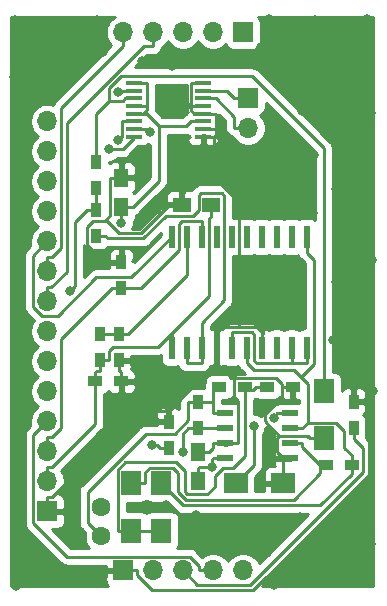
<source format=gtl>
%TF.GenerationSoftware,KiCad,Pcbnew,(5.1.6-0-10_14)*%
%TF.CreationDate,2020-09-14T13:46:36+09:00*%
%TF.ProjectId,qPCR-photosensing,71504352-2d70-4686-9f74-6f73656e7369,rev?*%
%TF.SameCoordinates,Original*%
%TF.FileFunction,Copper,L1,Top*%
%TF.FilePolarity,Positive*%
%FSLAX46Y46*%
G04 Gerber Fmt 4.6, Leading zero omitted, Abs format (unit mm)*
G04 Created by KiCad (PCBNEW (5.1.6-0-10_14)) date 2020-09-14 13:46:36*
%MOMM*%
%LPD*%
G01*
G04 APERTURE LIST*
%TA.AperFunction,SMDPad,CuDef*%
%ADD10R,1.200000X0.900000*%
%TD*%
%TA.AperFunction,SMDPad,CuDef*%
%ADD11R,1.700000X2.000000*%
%TD*%
%TA.AperFunction,ComponentPad*%
%ADD12O,1.700000X1.700000*%
%TD*%
%TA.AperFunction,ComponentPad*%
%ADD13R,1.700000X1.700000*%
%TD*%
%TA.AperFunction,SMDPad,CuDef*%
%ADD14R,0.900000X1.200000*%
%TD*%
%TA.AperFunction,SMDPad,CuDef*%
%ADD15R,0.558800X1.981200*%
%TD*%
%TA.AperFunction,SMDPad,CuDef*%
%ADD16R,1.473200X0.355600*%
%TD*%
%TA.AperFunction,SMDPad,CuDef*%
%ADD17R,1.460500X0.558800*%
%TD*%
%TA.AperFunction,SMDPad,CuDef*%
%ADD18R,1.500000X1.250000*%
%TD*%
%TA.AperFunction,SMDPad,CuDef*%
%ADD19R,1.250000X1.500000*%
%TD*%
%TA.AperFunction,SMDPad,CuDef*%
%ADD20R,2.000000X1.700000*%
%TD*%
%TA.AperFunction,ComponentPad*%
%ADD21C,1.600000*%
%TD*%
%TA.AperFunction,ViaPad*%
%ADD22C,0.800000*%
%TD*%
%TA.AperFunction,Conductor*%
%ADD23C,0.250000*%
%TD*%
%TA.AperFunction,Conductor*%
%ADD24C,0.254000*%
%TD*%
G04 APERTURE END LIST*
D10*
%TO.P,C1,2*%
%TO.N,GND*%
X93000000Y-94000000D03*
%TO.P,C1,1*%
%TO.N,+10V*%
X90800000Y-94000000D03*
%TD*%
D11*
%TO.P,C8,1*%
%TO.N,GND*%
X110163000Y-98821500D03*
%TO.P,C8,2*%
%TO.N,/PHOTO_OUT*%
X110163000Y-94821500D03*
%TD*%
D12*
%TO.P,J3,5*%
%TO.N,PD_MUX_OUT*%
X103298000Y-110000000D03*
%TO.P,J3,4*%
%TO.N,VCC_LOGIC*%
X100758000Y-110000000D03*
%TO.P,J3,3*%
%TO.N,-10V*%
X98218000Y-110000000D03*
%TO.P,J3,2*%
%TO.N,+10V*%
X95678000Y-110000000D03*
D13*
%TO.P,J3,1*%
%TO.N,GND*%
X93138000Y-110000000D03*
%TD*%
%TO.P,J4,1*%
%TO.N,PD_MUX_GPIO5*%
X103298000Y-64440000D03*
D12*
%TO.P,J4,2*%
%TO.N,PD_MUX_GPIO4*%
X100758000Y-64440000D03*
%TO.P,J4,3*%
%TO.N,PD_MUX_GPIO3*%
X98218000Y-64440000D03*
%TO.P,J4,4*%
%TO.N,PD_MUX_GPIO2*%
X95678000Y-64440000D03*
%TO.P,J4,5*%
%TO.N,PD_MUX_GPIO1*%
X93138000Y-64440000D03*
%TD*%
D14*
%TO.P,R1,2*%
%TO.N,Net-(R1-Pad2)*%
X92765600Y-90000000D03*
%TO.P,R1,1*%
%TO.N,GND*%
X92765600Y-92200000D03*
%TD*%
%TO.P,R2,1*%
%TO.N,Net-(R1-Pad2)*%
X91190800Y-90000000D03*
%TO.P,R2,2*%
%TO.N,+10V*%
X91190800Y-92200000D03*
%TD*%
%TO.P,R3,2*%
%TO.N,Net-(R3-Pad2)*%
X90875100Y-81657800D03*
%TO.P,R3,1*%
%TO.N,Net-(C6-Pad1)*%
X90875100Y-79457800D03*
%TD*%
%TO.P,R4,1*%
%TO.N,Net-(C6-Pad1)*%
X90875100Y-77619200D03*
%TO.P,R4,2*%
%TO.N,/PHOTO_OUT*%
X90875100Y-75419200D03*
%TD*%
D10*
%TO.P,R5,1*%
%TO.N,/AMP_OUT*%
X112500000Y-101044000D03*
%TO.P,R5,2*%
%TO.N,Net-(C11-Pad1)*%
X110300000Y-101044000D03*
%TD*%
D14*
%TO.P,R6,2*%
%TO.N,Net-(C10-Pad2)*%
X99444300Y-95778900D03*
%TO.P,R6,1*%
%TO.N,PD_MUX_OUT*%
X99444300Y-97978900D03*
%TD*%
D10*
%TO.P,R7,1*%
%TO.N,Net-(C11-Pad2)*%
X103491000Y-94465900D03*
%TO.P,R7,2*%
%TO.N,Net-(C10-Pad2)*%
X101291000Y-94465900D03*
%TD*%
%TO.P,R8,2*%
%TO.N,GND*%
X107522000Y-94465900D03*
%TO.P,R8,1*%
%TO.N,Net-(C11-Pad2)*%
X105322000Y-94465900D03*
%TD*%
D15*
%TO.P,U1,20*%
%TO.N,Net-(U1-Pad15)*%
X108685000Y-91141300D03*
%TO.P,U1,19*%
X107415000Y-91141300D03*
%TO.P,U1,18*%
%TO.N,Net-(U1-Pad18)*%
X106145000Y-91141300D03*
%TO.P,U1,17*%
%TO.N,GND*%
X104875000Y-91141300D03*
%TO.P,U1,16*%
%TO.N,/AMP_OUT*%
X103605000Y-91141300D03*
%TO.P,U1,15*%
%TO.N,Net-(U1-Pad15)*%
X102335000Y-91141300D03*
%TO.P,U1,14*%
%TO.N,GND*%
X101065000Y-91141300D03*
%TO.P,U1,13*%
%TO.N,Net-(R3-Pad2)*%
X99795000Y-91141300D03*
%TO.P,U1,12*%
X98525000Y-91141300D03*
%TO.P,U1,11*%
%TO.N,+10V*%
X97255000Y-91141300D03*
%TO.P,U1,10*%
%TO.N,PD_REF_PWM*%
X97255000Y-81768700D03*
%TO.P,U1,9*%
%TO.N,Net-(R1-Pad2)*%
X98525000Y-81768700D03*
%TO.P,U1,8*%
%TO.N,-10V*%
X99795000Y-81768700D03*
%TO.P,U1,7*%
%TO.N,Net-(U1-Pad7)*%
X101065000Y-81768700D03*
%TO.P,U1,6*%
%TO.N,Net-(U1-Pad6)*%
X102335000Y-81768700D03*
%TO.P,U1,5*%
%TO.N,Net-(U1-Pad5)*%
X103605000Y-81768700D03*
%TO.P,U1,4*%
%TO.N,Net-(U1-Pad4)*%
X104875000Y-81768700D03*
%TO.P,U1,3*%
%TO.N,Net-(U1-Pad3)*%
X106145000Y-81768700D03*
%TO.P,U1,2*%
%TO.N,Net-(U1-Pad2)*%
X107415000Y-81768700D03*
%TO.P,U1,1*%
%TO.N,/AMP_OUT*%
X108685000Y-81768700D03*
%TD*%
D16*
%TO.P,U2,16*%
%TO.N,I2C_SCL*%
X94079000Y-73274999D03*
%TO.P,U2,15*%
%TO.N,I2C_SDA*%
X94079000Y-72624998D03*
%TO.P,U2,14*%
%TO.N,ADC_DRDY*%
X94079000Y-71974999D03*
%TO.P,U2,13*%
%TO.N,VCC_LOGIC*%
X94079000Y-71324998D03*
%TO.P,U2,12*%
X94079000Y-70674999D03*
%TO.P,U2,11*%
%TO.N,/PHOTO_OUT*%
X94079000Y-70025001D03*
%TO.P,U2,10*%
%TO.N,THERM_WELL*%
X94079000Y-69374999D03*
%TO.P,U2,9*%
%TO.N,VCC_LOGIC*%
X94079000Y-68725001D03*
%TO.P,U2,8*%
%TO.N,GND*%
X99921000Y-68725001D03*
%TO.P,U2,7*%
%TO.N,THERM_TEST1*%
X99921000Y-69375002D03*
%TO.P,U2,6*%
%TO.N,THERM_TEST2*%
X99921000Y-70025001D03*
%TO.P,U2,5*%
%TO.N,GND*%
X99921000Y-70675002D03*
%TO.P,U2,4*%
X99921000Y-71325001D03*
%TO.P,U2,3*%
%TO.N,VCC_LOGIC*%
X99921000Y-71974999D03*
%TO.P,U2,2*%
%TO.N,GND*%
X99921000Y-72625001D03*
%TO.P,U2,1*%
X99921000Y-73274999D03*
%TD*%
D17*
%TO.P,U3,8*%
%TO.N,+10V*%
X107248150Y-96701100D03*
%TO.P,U3,7*%
%TO.N,/AMP_OUT*%
X107248150Y-97971100D03*
%TO.P,U3,6*%
%TO.N,Net-(C11-Pad1)*%
X107248150Y-99241100D03*
%TO.P,U3,5*%
%TO.N,GND*%
X107248150Y-100511100D03*
%TO.P,U3,4*%
%TO.N,-10V*%
X101799850Y-100511100D03*
%TO.P,U3,3*%
%TO.N,GND*%
X101799850Y-99241100D03*
%TO.P,U3,2*%
%TO.N,PD_MUX_OUT*%
X101799850Y-97971100D03*
%TO.P,U3,1*%
%TO.N,Net-(C10-Pad2)*%
X101799850Y-96701100D03*
%TD*%
D18*
%TO.P,C2,2*%
%TO.N,GND*%
X98120800Y-79038200D03*
%TO.P,C2,1*%
%TO.N,+10V*%
X100620800Y-79038200D03*
%TD*%
D14*
%TO.P,C3,2*%
%TO.N,GND*%
X93000000Y-83900000D03*
%TO.P,C3,1*%
%TO.N,-10V*%
X93000000Y-86100000D03*
%TD*%
D19*
%TO.P,C4,1*%
%TO.N,-10V*%
X99444300Y-102455000D03*
%TO.P,C4,2*%
%TO.N,GND*%
X99444300Y-99955000D03*
%TD*%
%TO.P,C5,2*%
%TO.N,GND*%
X93000000Y-76750000D03*
%TO.P,C5,1*%
%TO.N,VCC_LOGIC*%
X93000000Y-79250000D03*
%TD*%
D20*
%TO.P,C6,2*%
%TO.N,GND*%
X106669000Y-102619000D03*
%TO.P,C6,1*%
%TO.N,Net-(C6-Pad1)*%
X102669000Y-102619000D03*
%TD*%
D14*
%TO.P,C7,1*%
%TO.N,+10V*%
X97000000Y-99600000D03*
%TO.P,C7,2*%
%TO.N,GND*%
X97000000Y-97400000D03*
%TD*%
%TO.P,C9,2*%
%TO.N,GND*%
X112652000Y-95721500D03*
%TO.P,C9,1*%
%TO.N,-10V*%
X112652000Y-97921500D03*
%TD*%
D21*
%TO.P,C10,2*%
%TO.N,Net-(C10-Pad2)*%
X91313000Y-107123000D03*
%TO.P,C10,1*%
%TO.N,PD_MUX_OUT*%
X91313000Y-104623000D03*
%TD*%
D11*
%TO.P,C11,1*%
%TO.N,Net-(C11-Pad1)*%
X93853000Y-102623000D03*
%TO.P,C11,2*%
%TO.N,Net-(C11-Pad2)*%
X93853000Y-106623000D03*
%TD*%
%TO.P,C12,2*%
%TO.N,Net-(C11-Pad2)*%
X96393000Y-106623000D03*
%TO.P,C12,1*%
%TO.N,/AMP_OUT*%
X96393000Y-102623000D03*
%TD*%
D12*
%TO.P,J1,14*%
%TO.N,THERM_WELL*%
X86730000Y-71980000D03*
%TO.P,J1,13*%
%TO.N,I2C_SDA*%
X86730000Y-74520000D03*
%TO.P,J1,12*%
%TO.N,I2C_SCL*%
X86730000Y-77060000D03*
%TO.P,J1,11*%
%TO.N,ADC_DRDY*%
X86730000Y-79600000D03*
%TO.P,J1,10*%
%TO.N,PD_REF_PWM*%
X86730000Y-82140000D03*
%TO.P,J1,9*%
%TO.N,PD_MUX_GPIO1*%
X86730000Y-84680000D03*
%TO.P,J1,8*%
%TO.N,PD_MUX_GPIO2*%
X86730000Y-87220000D03*
%TO.P,J1,7*%
%TO.N,PD_MUX_GPIO3*%
X86730000Y-89760000D03*
%TO.P,J1,6*%
%TO.N,PD_MUX_GPIO4*%
X86730000Y-92300000D03*
%TO.P,J1,5*%
%TO.N,PD_MUX_GPIO5*%
X86730000Y-94840000D03*
%TO.P,J1,4*%
%TO.N,VCC_LOGIC*%
X86730000Y-97380000D03*
%TO.P,J1,3*%
%TO.N,-10V*%
X86730000Y-99920000D03*
%TO.P,J1,2*%
%TO.N,+10V*%
X86730000Y-102460000D03*
D13*
%TO.P,J1,1*%
%TO.N,GND*%
X86730000Y-105000000D03*
%TD*%
D12*
%TO.P,J2,2*%
%TO.N,THERM_TEST2*%
X103721000Y-72540000D03*
D13*
%TO.P,J2,1*%
%TO.N,THERM_TEST1*%
X103721000Y-70000000D03*
%TD*%
D22*
%TO.N,GND*%
X84000000Y-63400000D03*
X91400000Y-66100000D03*
X88800000Y-68300000D03*
X94700000Y-66900000D03*
X97300000Y-67300000D03*
X99400000Y-66900000D03*
X104800000Y-65700000D03*
X105500000Y-63300000D03*
X106100000Y-68600000D03*
X105900000Y-73900000D03*
X103600000Y-74900000D03*
X103300000Y-77500000D03*
X104100000Y-79900000D03*
X109200000Y-79700000D03*
X109300000Y-74800000D03*
X106700000Y-77200000D03*
X110900000Y-73400000D03*
X108300000Y-71100000D03*
X113800000Y-63300000D03*
X109400000Y-63400000D03*
X108000000Y-65800000D03*
X112200000Y-65700000D03*
X111400000Y-68700000D03*
X114100000Y-71300000D03*
X112300000Y-75100000D03*
X90900000Y-63400000D03*
X87400000Y-63500000D03*
X87200000Y-65700000D03*
X83900000Y-68200000D03*
X111400000Y-81400000D03*
X111200000Y-77700000D03*
X114000000Y-79500000D03*
X114200000Y-83700000D03*
X111200000Y-85600000D03*
X114000000Y-88000000D03*
X110900000Y-90500000D03*
X114300000Y-94800000D03*
X112100000Y-93700000D03*
X114000000Y-103200000D03*
X111300000Y-105900000D03*
X108300000Y-108700000D03*
X105900000Y-111200000D03*
X114000000Y-111100000D03*
X114100000Y-107800000D03*
X110700000Y-110900000D03*
X111600000Y-108400000D03*
X108100000Y-105500000D03*
X105300000Y-108500000D03*
X103900000Y-105600000D03*
X103400000Y-107300000D03*
X106200000Y-106200000D03*
X101300000Y-105600000D03*
X101700000Y-108100000D03*
X98800000Y-107500000D03*
X99300000Y-105300000D03*
X96800000Y-104500000D03*
X90800000Y-110500000D03*
X84100000Y-111300000D03*
X84400000Y-107400000D03*
X86900000Y-109900000D03*
X84500000Y-102500000D03*
X84400000Y-97600000D03*
X84200000Y-92200000D03*
X84100000Y-87400000D03*
X84400000Y-82000000D03*
X84200000Y-77100000D03*
X84200000Y-72100000D03*
X104300000Y-84100000D03*
X107800000Y-88200000D03*
X106900000Y-85700000D03*
X94700000Y-92400000D03*
X96600000Y-95100000D03*
X94900000Y-75800000D03*
%TO.N,+10V*%
X105898400Y-97083300D03*
X95602500Y-99402800D03*
%TO.N,-10V*%
X100638400Y-101280600D03*
%TO.N,PD_MUX_OUT*%
X98204900Y-99956700D03*
%TO.N,THERM_WELL*%
X92739300Y-69469500D03*
%TO.N,I2C_SDA*%
X95423500Y-72907600D03*
%TO.N,I2C_SCL*%
X91982900Y-74356600D03*
%TO.N,ADC_DRDY*%
X92734400Y-73595600D03*
%TO.N,VCC_LOGIC*%
X93000000Y-80620000D03*
%TO.N,Net-(C6-Pad1)*%
X88656800Y-86367100D03*
X104197400Y-97750200D03*
%TD*%
D23*
%TO.N,GND*%
X101799900Y-99241100D02*
X102855500Y-99241100D01*
X102565600Y-93690300D02*
X102565600Y-95358700D01*
X102565600Y-95358700D02*
X102855500Y-95648600D01*
X102855500Y-95648600D02*
X102855500Y-99241100D01*
X106596700Y-94465900D02*
X106596700Y-94204500D01*
X106596700Y-94204500D02*
X106082500Y-93690300D01*
X106082500Y-93690300D02*
X102565600Y-93690300D01*
X102565600Y-93690300D02*
X102298100Y-93690300D01*
X102298100Y-93690300D02*
X101065000Y-92457200D01*
X101065000Y-91141300D02*
X101065000Y-92457200D01*
X97000000Y-96474700D02*
X101017500Y-92457200D01*
X101017500Y-92457200D02*
X101065000Y-92457200D01*
X93000000Y-96474700D02*
X97000000Y-96474700D01*
X101799900Y-99241100D02*
X100744400Y-99241100D01*
X99444300Y-99955000D02*
X100394600Y-99955000D01*
X100744400Y-99241100D02*
X100744400Y-99605200D01*
X100744400Y-99605200D02*
X100394600Y-99955000D01*
X107522000Y-94465900D02*
X106596700Y-94465900D01*
X106381500Y-98606100D02*
X108772300Y-98606100D01*
X108772300Y-98606100D02*
X108987700Y-98821500D01*
X106720500Y-100511100D02*
X106153000Y-99943600D01*
X106153000Y-99943600D02*
X106153000Y-98834600D01*
X106153000Y-98834600D02*
X106381500Y-98606100D01*
X106381500Y-98606100D02*
X105164600Y-97389200D01*
X105164600Y-97389200D02*
X105164600Y-96724200D01*
X105164600Y-96724200D02*
X106596700Y-95292100D01*
X106596700Y-95292100D02*
X106596700Y-94465900D01*
X110163000Y-98821500D02*
X108987700Y-98821500D01*
X112652000Y-95721500D02*
X113427300Y-95721500D01*
X93138000Y-110000000D02*
X94313300Y-110000000D01*
X94313300Y-110000000D02*
X94313300Y-110367300D01*
X94313300Y-110367300D02*
X95610600Y-111664600D01*
X95610600Y-111664600D02*
X104158700Y-111664600D01*
X104158700Y-111664600D02*
X113926600Y-101896700D01*
X113926600Y-101896700D02*
X113926600Y-96220800D01*
X113926600Y-96220800D02*
X113427300Y-95721500D01*
X100693600Y-76543700D02*
X100870300Y-76367000D01*
X100870300Y-76367000D02*
X100870300Y-73275000D01*
X100870300Y-73275000D02*
X100982900Y-73162400D01*
X100982900Y-73162400D02*
X100982900Y-72625000D01*
X99921000Y-73275000D02*
X100870300Y-73275000D01*
X100693600Y-76543700D02*
X99665000Y-76543700D01*
X99665000Y-76543700D02*
X98120800Y-78087900D01*
X102970000Y-89375100D02*
X102970000Y-78820100D01*
X102970000Y-78820100D02*
X100693600Y-76543700D01*
X98120800Y-79038200D02*
X98120800Y-78087900D01*
X92765600Y-92200000D02*
X92765600Y-93125300D01*
X93000000Y-94000000D02*
X93000000Y-93224700D01*
X93000000Y-93224700D02*
X92900600Y-93125300D01*
X92900600Y-93125300D02*
X92765600Y-93125300D01*
X93000000Y-96474700D02*
X93000000Y-94000000D01*
X104875000Y-89825400D02*
X104424700Y-89375100D01*
X104424700Y-89375100D02*
X102970000Y-89375100D01*
X102970000Y-89375100D02*
X101515300Y-89375100D01*
X101515300Y-89375100D02*
X101065000Y-89825400D01*
X106669000Y-102619000D02*
X106669000Y-101443700D01*
X106669000Y-101443700D02*
X106720500Y-101392200D01*
X106720500Y-101392200D02*
X106720500Y-100511100D01*
X86730000Y-103824700D02*
X87097300Y-103824700D01*
X87097300Y-103824700D02*
X93000000Y-97922000D01*
X93000000Y-97922000D02*
X93000000Y-96474700D01*
X99921000Y-71325000D02*
X100982900Y-71325000D01*
X100982900Y-72625000D02*
X100982900Y-71325000D01*
X99921000Y-72625000D02*
X100982900Y-72625000D01*
X97045500Y-79038200D02*
X94676300Y-81407400D01*
X94676300Y-81407400D02*
X92761600Y-81407400D01*
X92761600Y-81407400D02*
X91676400Y-80322200D01*
X98120800Y-79038200D02*
X97045500Y-79038200D01*
X91676400Y-80322200D02*
X91615400Y-80383200D01*
X91615400Y-80383200D02*
X90635300Y-80383200D01*
X90635300Y-80383200D02*
X90099700Y-80918800D01*
X90099700Y-80918800D02*
X90099700Y-82484100D01*
X90099700Y-82484100D02*
X91515600Y-83900000D01*
X91515600Y-83900000D02*
X93000000Y-83900000D01*
X92049700Y-76750000D02*
X92049700Y-79948900D01*
X92049700Y-79948900D02*
X91676400Y-80322200D01*
X107248200Y-100511100D02*
X106720500Y-100511100D01*
X98971700Y-68725000D02*
X98859200Y-68725000D01*
X98859200Y-68725000D02*
X98859100Y-68725100D01*
X98859100Y-68725100D02*
X98859100Y-70675000D01*
X99390100Y-71325000D02*
X99131700Y-71325000D01*
X99131700Y-71325000D02*
X98859100Y-71052400D01*
X98859100Y-71052400D02*
X98859100Y-70675000D01*
X99921000Y-70675000D02*
X98859100Y-70675000D01*
X99921000Y-71325000D02*
X99390100Y-71325000D01*
X97000000Y-97400000D02*
X97000000Y-96474700D01*
X99921000Y-68725000D02*
X98971700Y-68725000D01*
X86730000Y-105000000D02*
X86730000Y-103824700D01*
X104875000Y-91141300D02*
X104875000Y-89825400D01*
X101065000Y-91141300D02*
X101065000Y-89825400D01*
X93000000Y-76750000D02*
X92049700Y-76750000D01*
%TO.N,+10V*%
X91190800Y-92200000D02*
X91190800Y-93125300D01*
X90800000Y-94000000D02*
X90800000Y-93224700D01*
X90800000Y-93224700D02*
X90899400Y-93125300D01*
X90899400Y-93125300D02*
X91190800Y-93125300D01*
X86730000Y-101284700D02*
X87097300Y-101284700D01*
X87097300Y-101284700D02*
X90800000Y-97582000D01*
X90800000Y-97582000D02*
X90800000Y-94000000D01*
X106192700Y-96701100D02*
X105898400Y-96995400D01*
X105898400Y-96995400D02*
X105898400Y-97083300D01*
X86730000Y-102460000D02*
X86730000Y-101284700D01*
X107248200Y-96701100D02*
X106192700Y-96701100D01*
X97000000Y-99600000D02*
X96224700Y-99600000D01*
X95602500Y-99402800D02*
X96027500Y-99402800D01*
X96027500Y-99402800D02*
X96224700Y-99600000D01*
X100620800Y-79038200D02*
X100620800Y-79988500D01*
X97255000Y-89938000D02*
X100399800Y-86793200D01*
X100399800Y-86793200D02*
X100399800Y-80209500D01*
X100399800Y-80209500D02*
X100620800Y-79988500D01*
X91966100Y-92200000D02*
X91966100Y-91424700D01*
X91966100Y-91424700D02*
X92315900Y-91074900D01*
X92315900Y-91074900D02*
X96118100Y-91074900D01*
X96118100Y-91074900D02*
X97255000Y-89938000D01*
X97255000Y-91141300D02*
X97255000Y-89938000D01*
X91190800Y-92200000D02*
X91966100Y-92200000D01*
%TO.N,-10V*%
X100638400Y-101280600D02*
X100638400Y-100617100D01*
X100638400Y-100617100D02*
X100744400Y-100511100D01*
X99444300Y-101379700D02*
X99543400Y-101280600D01*
X99543400Y-101280600D02*
X100638400Y-101280600D01*
X112652000Y-97921500D02*
X112652000Y-98846800D01*
X98218000Y-110000000D02*
X99432200Y-111214200D01*
X99432200Y-111214200D02*
X103893000Y-111214200D01*
X103893000Y-111214200D02*
X113425400Y-101681800D01*
X113425400Y-101681800D02*
X113425400Y-99620200D01*
X113425400Y-99620200D02*
X112652000Y-98846800D01*
X93000000Y-86100000D02*
X92224700Y-86100000D01*
X86730000Y-99920000D02*
X86730000Y-98744700D01*
X86730000Y-98744700D02*
X87097400Y-98744700D01*
X87097400Y-98744700D02*
X87905300Y-97936800D01*
X87905300Y-97936800D02*
X87905300Y-90419400D01*
X87905300Y-90419400D02*
X92224700Y-86100000D01*
X99795000Y-81768700D02*
X99795000Y-80452800D01*
X93000000Y-86100000D02*
X94654100Y-86100000D01*
X94654100Y-86100000D02*
X97859800Y-82894300D01*
X97859800Y-82894300D02*
X97859800Y-80697600D01*
X97859800Y-80697600D02*
X98104600Y-80452800D01*
X98104600Y-80452800D02*
X99795000Y-80452800D01*
X99444300Y-102455000D02*
X99444300Y-101379700D01*
X101799900Y-100511100D02*
X100744400Y-100511100D01*
%TO.N,/PHOTO_OUT*%
X91984000Y-70239700D02*
X93112100Y-70239700D01*
X93112100Y-70239700D02*
X93326800Y-70025000D01*
X93326800Y-70025000D02*
X94079000Y-70025000D01*
X90875100Y-74493900D02*
X90875100Y-71348600D01*
X90875100Y-71348600D02*
X91984000Y-70239700D01*
X110163000Y-94821500D02*
X110163000Y-74264800D01*
X110163000Y-74264800D02*
X104075100Y-68176900D01*
X104075100Y-68176900D02*
X92998200Y-68176900D01*
X92998200Y-68176900D02*
X91984000Y-69191100D01*
X91984000Y-69191100D02*
X91984000Y-70239700D01*
X90875100Y-75419200D02*
X90875100Y-74493900D01*
%TO.N,PD_MUX_OUT*%
X98204900Y-99956700D02*
X98204900Y-98443000D01*
X98204900Y-98443000D02*
X98669000Y-97978900D01*
X99444300Y-97978900D02*
X98669000Y-97978900D01*
X100744400Y-97971100D02*
X100736600Y-97978900D01*
X100736600Y-97978900D02*
X99444300Y-97978900D01*
X101799900Y-97971100D02*
X100744400Y-97971100D01*
%TO.N,/AMP_OUT*%
X112500000Y-101044000D02*
X112500000Y-101819300D01*
X96393000Y-102623000D02*
X98248000Y-104478000D01*
X98248000Y-104478000D02*
X109841300Y-104478000D01*
X109841300Y-104478000D02*
X112500000Y-101819300D01*
X108778800Y-97496100D02*
X108303800Y-97971100D01*
X112500000Y-100268700D02*
X111876600Y-99645300D01*
X111876600Y-99645300D02*
X111876600Y-98218300D01*
X111876600Y-98218300D02*
X111154400Y-97496100D01*
X111154400Y-97496100D02*
X108778800Y-97496100D01*
X108778800Y-97496100D02*
X108778800Y-94195700D01*
X108778800Y-94195700D02*
X108191800Y-93608600D01*
X108191800Y-93608600D02*
X107629700Y-93046600D01*
X107629700Y-93046600D02*
X104194400Y-93046600D01*
X104194400Y-93046600D02*
X103605000Y-92457200D01*
X108685000Y-83084600D02*
X109289800Y-83689400D01*
X109289800Y-83689400D02*
X109289800Y-92510600D01*
X109289800Y-92510600D02*
X108191800Y-93608600D01*
X112500000Y-101044000D02*
X112500000Y-100268700D01*
X107248200Y-97971100D02*
X108303800Y-97971100D01*
X108685000Y-81768700D02*
X108685000Y-83084600D01*
X103605000Y-91141300D02*
X103605000Y-92457200D01*
%TO.N,THERM_WELL*%
X92739300Y-69469500D02*
X92922600Y-69469500D01*
X92922600Y-69469500D02*
X93017100Y-69375000D01*
X94079000Y-69375000D02*
X93017100Y-69375000D01*
%TO.N,I2C_SDA*%
X95423500Y-72907600D02*
X95140900Y-72625000D01*
X94079000Y-72625000D02*
X95140900Y-72625000D01*
%TO.N,I2C_SCL*%
X91982900Y-74356600D02*
X93093200Y-74356600D01*
X93093200Y-74356600D02*
X94079000Y-73370800D01*
X94079000Y-73370800D02*
X94079000Y-73275000D01*
%TO.N,ADC_DRDY*%
X94079000Y-71975000D02*
X93017100Y-71975000D01*
X93017100Y-71975000D02*
X93017100Y-73312900D01*
X93017100Y-73312900D02*
X92734400Y-73595600D01*
%TO.N,PD_REF_PWM*%
X86730000Y-82140000D02*
X85513400Y-83356600D01*
X85513400Y-83356600D02*
X85513400Y-87690200D01*
X85513400Y-87690200D02*
X86243800Y-88420600D01*
X86243800Y-88420600D02*
X87629100Y-88420600D01*
X87629100Y-88420600D02*
X90875100Y-85174600D01*
X90875100Y-85174600D02*
X93849100Y-85174600D01*
X93849100Y-85174600D02*
X97255000Y-81768700D01*
%TO.N,PD_MUX_GPIO1*%
X93138000Y-64440000D02*
X93138000Y-65615300D01*
X86730000Y-84680000D02*
X86730000Y-83504700D01*
X86730000Y-83504700D02*
X87097400Y-83504700D01*
X87097400Y-83504700D02*
X87905300Y-82696800D01*
X87905300Y-82696800D02*
X87905300Y-70848000D01*
X87905300Y-70848000D02*
X93138000Y-65615300D01*
%TO.N,PD_MUX_GPIO2*%
X95678000Y-64440000D02*
X95678000Y-65615300D01*
X86730000Y-87220000D02*
X86730000Y-86044700D01*
X86730000Y-86044700D02*
X87073000Y-86044700D01*
X87073000Y-86044700D02*
X88355700Y-84762000D01*
X88355700Y-84762000D02*
X88355700Y-72129600D01*
X88355700Y-72129600D02*
X94870000Y-65615300D01*
X94870000Y-65615300D02*
X95678000Y-65615300D01*
%TO.N,VCC_LOGIC*%
X100758000Y-110000000D02*
X99582700Y-110000000D01*
X86730000Y-97380000D02*
X85554600Y-98555400D01*
X85554600Y-98555400D02*
X85554600Y-105992000D01*
X85554600Y-105992000D02*
X88387300Y-108824700D01*
X88387300Y-108824700D02*
X98774800Y-108824700D01*
X98774800Y-108824700D02*
X99582700Y-109632600D01*
X99582700Y-109632600D02*
X99582700Y-110000000D01*
X95140900Y-68725000D02*
X95140900Y-70675000D01*
X94868300Y-71325000D02*
X95140900Y-71052400D01*
X95140900Y-71052400D02*
X95140900Y-70675000D01*
X94610000Y-71325000D02*
X94868300Y-71325000D01*
X94868300Y-71325000D02*
X95140900Y-71325000D01*
X94079000Y-70675000D02*
X95140900Y-70675000D01*
X94079000Y-71325000D02*
X94610000Y-71325000D01*
X96156300Y-72340400D02*
X95140900Y-71325000D01*
X93950300Y-79250000D02*
X96156300Y-77044000D01*
X96156300Y-77044000D02*
X96156300Y-72340400D01*
X96156300Y-72340400D02*
X98493700Y-72340400D01*
X98493700Y-72340400D02*
X98859100Y-71975000D01*
X99921000Y-71975000D02*
X98859100Y-71975000D01*
X93000000Y-80325300D02*
X93000000Y-80620000D01*
X93000000Y-79250000D02*
X93000000Y-80325300D01*
X94079000Y-68725000D02*
X95140900Y-68725000D01*
X93000000Y-79250000D02*
X93950300Y-79250000D01*
%TO.N,Net-(R1-Pad2)*%
X92765600Y-90000000D02*
X93540900Y-90000000D01*
X98525000Y-81768700D02*
X98525000Y-85015900D01*
X98525000Y-85015900D02*
X93540900Y-90000000D01*
X92765600Y-90000000D02*
X91966100Y-90000000D01*
X91190800Y-90000000D02*
X91966100Y-90000000D01*
%TO.N,Net-(R3-Pad2)*%
X99795000Y-91141300D02*
X99795000Y-92457200D01*
X98525000Y-91141300D02*
X98525000Y-92457200D01*
X98525000Y-92457200D02*
X99795000Y-92457200D01*
X90875100Y-81657800D02*
X91650400Y-81657800D01*
X99795000Y-91141300D02*
X99795000Y-89021400D01*
X99795000Y-89021400D02*
X101696200Y-87120200D01*
X101696200Y-87120200D02*
X101696200Y-78263900D01*
X101696200Y-78263900D02*
X101482800Y-78050500D01*
X101482800Y-78050500D02*
X99705000Y-78050500D01*
X99705000Y-78050500D02*
X99538500Y-78217000D01*
X99538500Y-78217000D02*
X99538500Y-79510000D01*
X99538500Y-79510000D02*
X99059900Y-79988600D01*
X99059900Y-79988600D02*
X96732000Y-79988600D01*
X96732000Y-79988600D02*
X94840700Y-81879900D01*
X94840700Y-81879900D02*
X91872500Y-81879900D01*
X91872500Y-81879900D02*
X91650400Y-81657800D01*
%TO.N,Net-(U1-Pad15)*%
X102335000Y-91141300D02*
X102335000Y-89825400D01*
X102335000Y-89825400D02*
X104019200Y-89825400D01*
X104019200Y-89825400D02*
X104242000Y-90048200D01*
X104242000Y-90048200D02*
X104242000Y-92243300D01*
X104242000Y-92243300D02*
X104455900Y-92457200D01*
X104455900Y-92457200D02*
X107415000Y-92457200D01*
X107415000Y-92457200D02*
X108685000Y-92457200D01*
X108685000Y-91141300D02*
X108685000Y-92457200D01*
X107415000Y-91141300D02*
X107415000Y-92457200D01*
%TO.N,Net-(C6-Pad1)*%
X90875100Y-79457800D02*
X90099800Y-79457800D01*
X88656800Y-86367100D02*
X89068400Y-85955500D01*
X89068400Y-85955500D02*
X89068400Y-80489200D01*
X89068400Y-80489200D02*
X90099800Y-79457800D01*
X102669000Y-102619000D02*
X104197400Y-101090600D01*
X104197400Y-101090600D02*
X104197400Y-97750200D01*
X90875100Y-77619200D02*
X90875100Y-79457800D01*
%TO.N,Net-(C10-Pad2)*%
X99444300Y-95778900D02*
X98669000Y-95778900D01*
X91313000Y-107123000D02*
X90145600Y-105955600D01*
X90145600Y-105955600D02*
X90145600Y-103319600D01*
X90145600Y-103319600D02*
X95047900Y-98417300D01*
X95047900Y-98417300D02*
X97505300Y-98417300D01*
X97505300Y-98417300D02*
X98669000Y-97253600D01*
X98669000Y-97253600D02*
X98669000Y-95778900D01*
X100738400Y-95778900D02*
X100738400Y-96695100D01*
X100738400Y-96695100D02*
X100744400Y-96701100D01*
X100738400Y-94465900D02*
X100738400Y-95778900D01*
X100738400Y-95778900D02*
X100219600Y-95778900D01*
X99444300Y-95778900D02*
X100219600Y-95778900D01*
X101799900Y-96701100D02*
X100744400Y-96701100D01*
X101291000Y-94465900D02*
X100738400Y-94465900D01*
%TO.N,Net-(C11-Pad1)*%
X109837400Y-101044000D02*
X109837400Y-101768200D01*
X109837400Y-101768200D02*
X107594800Y-104010800D01*
X107594800Y-104010800D02*
X98432700Y-104010800D01*
X98432700Y-104010800D02*
X97806000Y-103384100D01*
X97806000Y-103384100D02*
X97806000Y-101725900D01*
X97806000Y-101725900D02*
X97377700Y-101297600D01*
X97377700Y-101297600D02*
X95398800Y-101297600D01*
X95398800Y-101297600D02*
X95028300Y-101668100D01*
X95028300Y-101668100D02*
X95028300Y-102623000D01*
X109837400Y-101044000D02*
X108303800Y-99510400D01*
X108303800Y-99510400D02*
X108303800Y-99241100D01*
X107248200Y-99241100D02*
X108303800Y-99241100D01*
X93853000Y-102623000D02*
X95028300Y-102623000D01*
X110300000Y-101044000D02*
X109837400Y-101044000D01*
%TO.N,Net-(C11-Pad2)*%
X92677700Y-106623000D02*
X92677700Y-101458500D01*
X92677700Y-101458500D02*
X93328200Y-100808000D01*
X93328200Y-100808000D02*
X97602000Y-100808000D01*
X97602000Y-100808000D02*
X98382300Y-101588300D01*
X98382300Y-101588300D02*
X98382300Y-103323500D01*
X98382300Y-103323500D02*
X98589200Y-103530400D01*
X98589200Y-103530400D02*
X100281900Y-103530400D01*
X100281900Y-103530400D02*
X100904200Y-102908100D01*
X100904200Y-102908100D02*
X100904200Y-102040600D01*
X100904200Y-102040600D02*
X101618800Y-101326000D01*
X101618800Y-101326000D02*
X101618800Y-101325900D01*
X101618800Y-101325900D02*
X102462200Y-101325900D01*
X102462200Y-101325900D02*
X103472100Y-100316000D01*
X103472100Y-100316000D02*
X103472100Y-94759900D01*
X103472100Y-94759900D02*
X103491000Y-94741000D01*
X103491000Y-94741000D02*
X104121600Y-94741000D01*
X104121600Y-94741000D02*
X104396700Y-94465900D01*
X93853000Y-106623000D02*
X92677700Y-106623000D01*
X96393000Y-106623000D02*
X93853000Y-106623000D01*
X105322000Y-94465900D02*
X104396700Y-94465900D01*
X103491000Y-94465900D02*
X103491000Y-94741000D01*
%TO.N,THERM_TEST2*%
X99921000Y-70025000D02*
X100982900Y-70025000D01*
X103721000Y-72540000D02*
X102545700Y-72540000D01*
X102545700Y-72540000D02*
X102545700Y-71587800D01*
X102545700Y-71587800D02*
X100982900Y-70025000D01*
%TO.N,THERM_TEST1*%
X103721000Y-70000000D02*
X102545700Y-70000000D01*
X102545700Y-70000000D02*
X101920700Y-69375000D01*
X101920700Y-69375000D02*
X99921000Y-69375000D01*
%TD*%
D24*
%TO.N,GND*%
G36*
X92191368Y-63286525D02*
G01*
X91984525Y-63493368D01*
X91822010Y-63736589D01*
X91710068Y-64006842D01*
X91653000Y-64293740D01*
X91653000Y-64586260D01*
X91710068Y-64873158D01*
X91822010Y-65143411D01*
X91984525Y-65386632D01*
X92138196Y-65540303D01*
X87394298Y-70284201D01*
X87365300Y-70307999D01*
X87341502Y-70336997D01*
X87341501Y-70336998D01*
X87270326Y-70423724D01*
X87199754Y-70555754D01*
X87196662Y-70565946D01*
X87163158Y-70552068D01*
X86876260Y-70495000D01*
X86583740Y-70495000D01*
X86296842Y-70552068D01*
X86026589Y-70664010D01*
X85783368Y-70826525D01*
X85576525Y-71033368D01*
X85414010Y-71276589D01*
X85302068Y-71546842D01*
X85245000Y-71833740D01*
X85245000Y-72126260D01*
X85302068Y-72413158D01*
X85414010Y-72683411D01*
X85576525Y-72926632D01*
X85783368Y-73133475D01*
X85957760Y-73250000D01*
X85783368Y-73366525D01*
X85576525Y-73573368D01*
X85414010Y-73816589D01*
X85302068Y-74086842D01*
X85245000Y-74373740D01*
X85245000Y-74666260D01*
X85302068Y-74953158D01*
X85414010Y-75223411D01*
X85576525Y-75466632D01*
X85783368Y-75673475D01*
X85957760Y-75790000D01*
X85783368Y-75906525D01*
X85576525Y-76113368D01*
X85414010Y-76356589D01*
X85302068Y-76626842D01*
X85245000Y-76913740D01*
X85245000Y-77206260D01*
X85302068Y-77493158D01*
X85414010Y-77763411D01*
X85576525Y-78006632D01*
X85783368Y-78213475D01*
X85957760Y-78330000D01*
X85783368Y-78446525D01*
X85576525Y-78653368D01*
X85414010Y-78896589D01*
X85302068Y-79166842D01*
X85245000Y-79453740D01*
X85245000Y-79746260D01*
X85302068Y-80033158D01*
X85414010Y-80303411D01*
X85576525Y-80546632D01*
X85783368Y-80753475D01*
X85957760Y-80870000D01*
X85783368Y-80986525D01*
X85576525Y-81193368D01*
X85414010Y-81436589D01*
X85302068Y-81706842D01*
X85245000Y-81993740D01*
X85245000Y-82286260D01*
X85288791Y-82506408D01*
X85002403Y-82792796D01*
X84973399Y-82816599D01*
X84929799Y-82869726D01*
X84878426Y-82932324D01*
X84848107Y-82989047D01*
X84807854Y-83064354D01*
X84764397Y-83207615D01*
X84753400Y-83319268D01*
X84753400Y-83319278D01*
X84749724Y-83356600D01*
X84753400Y-83393923D01*
X84753401Y-87652868D01*
X84749724Y-87690200D01*
X84764398Y-87839185D01*
X84807854Y-87982446D01*
X84878426Y-88114476D01*
X84889816Y-88128354D01*
X84973400Y-88230201D01*
X85002398Y-88253999D01*
X85570613Y-88822215D01*
X85414010Y-89056589D01*
X85302068Y-89326842D01*
X85245000Y-89613740D01*
X85245000Y-89906260D01*
X85302068Y-90193158D01*
X85414010Y-90463411D01*
X85576525Y-90706632D01*
X85783368Y-90913475D01*
X85957760Y-91030000D01*
X85783368Y-91146525D01*
X85576525Y-91353368D01*
X85414010Y-91596589D01*
X85302068Y-91866842D01*
X85245000Y-92153740D01*
X85245000Y-92446260D01*
X85302068Y-92733158D01*
X85414010Y-93003411D01*
X85576525Y-93246632D01*
X85783368Y-93453475D01*
X85957760Y-93570000D01*
X85783368Y-93686525D01*
X85576525Y-93893368D01*
X85414010Y-94136589D01*
X85302068Y-94406842D01*
X85245000Y-94693740D01*
X85245000Y-94986260D01*
X85302068Y-95273158D01*
X85414010Y-95543411D01*
X85576525Y-95786632D01*
X85783368Y-95993475D01*
X85957760Y-96110000D01*
X85783368Y-96226525D01*
X85576525Y-96433368D01*
X85414010Y-96676589D01*
X85302068Y-96946842D01*
X85245000Y-97233740D01*
X85245000Y-97526260D01*
X85288791Y-97746408D01*
X85043603Y-97991596D01*
X85014599Y-98015399D01*
X84959471Y-98082574D01*
X84919626Y-98131124D01*
X84859196Y-98244180D01*
X84849054Y-98263154D01*
X84805597Y-98406415D01*
X84794600Y-98518068D01*
X84794600Y-98518078D01*
X84790924Y-98555400D01*
X84794600Y-98592722D01*
X84794601Y-105954668D01*
X84790924Y-105992000D01*
X84794601Y-106029333D01*
X84797425Y-106058000D01*
X84805598Y-106140985D01*
X84849054Y-106284246D01*
X84919626Y-106416276D01*
X84976027Y-106485000D01*
X85014600Y-106532001D01*
X85043598Y-106555799D01*
X87823500Y-109335702D01*
X87847299Y-109364701D01*
X87963024Y-109459674D01*
X88095053Y-109530246D01*
X88238314Y-109573703D01*
X88349967Y-109584700D01*
X88349975Y-109584700D01*
X88387300Y-109588376D01*
X88424625Y-109584700D01*
X91652295Y-109584700D01*
X91653000Y-109714250D01*
X91811750Y-109873000D01*
X93011000Y-109873000D01*
X93011000Y-109853000D01*
X93265000Y-109853000D01*
X93265000Y-109873000D01*
X93285000Y-109873000D01*
X93285000Y-110127000D01*
X93265000Y-110127000D01*
X93265000Y-110147000D01*
X93011000Y-110147000D01*
X93011000Y-110127000D01*
X91811750Y-110127000D01*
X91653000Y-110285750D01*
X91649928Y-110850000D01*
X91662188Y-110974482D01*
X91698498Y-111094180D01*
X91757463Y-111204494D01*
X91836815Y-111301185D01*
X91853649Y-111315000D01*
X83685000Y-111315000D01*
X83685000Y-63125000D01*
X92433107Y-63125000D01*
X92191368Y-63286525D01*
G37*
X92191368Y-63286525D02*
X91984525Y-63493368D01*
X91822010Y-63736589D01*
X91710068Y-64006842D01*
X91653000Y-64293740D01*
X91653000Y-64586260D01*
X91710068Y-64873158D01*
X91822010Y-65143411D01*
X91984525Y-65386632D01*
X92138196Y-65540303D01*
X87394298Y-70284201D01*
X87365300Y-70307999D01*
X87341502Y-70336997D01*
X87341501Y-70336998D01*
X87270326Y-70423724D01*
X87199754Y-70555754D01*
X87196662Y-70565946D01*
X87163158Y-70552068D01*
X86876260Y-70495000D01*
X86583740Y-70495000D01*
X86296842Y-70552068D01*
X86026589Y-70664010D01*
X85783368Y-70826525D01*
X85576525Y-71033368D01*
X85414010Y-71276589D01*
X85302068Y-71546842D01*
X85245000Y-71833740D01*
X85245000Y-72126260D01*
X85302068Y-72413158D01*
X85414010Y-72683411D01*
X85576525Y-72926632D01*
X85783368Y-73133475D01*
X85957760Y-73250000D01*
X85783368Y-73366525D01*
X85576525Y-73573368D01*
X85414010Y-73816589D01*
X85302068Y-74086842D01*
X85245000Y-74373740D01*
X85245000Y-74666260D01*
X85302068Y-74953158D01*
X85414010Y-75223411D01*
X85576525Y-75466632D01*
X85783368Y-75673475D01*
X85957760Y-75790000D01*
X85783368Y-75906525D01*
X85576525Y-76113368D01*
X85414010Y-76356589D01*
X85302068Y-76626842D01*
X85245000Y-76913740D01*
X85245000Y-77206260D01*
X85302068Y-77493158D01*
X85414010Y-77763411D01*
X85576525Y-78006632D01*
X85783368Y-78213475D01*
X85957760Y-78330000D01*
X85783368Y-78446525D01*
X85576525Y-78653368D01*
X85414010Y-78896589D01*
X85302068Y-79166842D01*
X85245000Y-79453740D01*
X85245000Y-79746260D01*
X85302068Y-80033158D01*
X85414010Y-80303411D01*
X85576525Y-80546632D01*
X85783368Y-80753475D01*
X85957760Y-80870000D01*
X85783368Y-80986525D01*
X85576525Y-81193368D01*
X85414010Y-81436589D01*
X85302068Y-81706842D01*
X85245000Y-81993740D01*
X85245000Y-82286260D01*
X85288791Y-82506408D01*
X85002403Y-82792796D01*
X84973399Y-82816599D01*
X84929799Y-82869726D01*
X84878426Y-82932324D01*
X84848107Y-82989047D01*
X84807854Y-83064354D01*
X84764397Y-83207615D01*
X84753400Y-83319268D01*
X84753400Y-83319278D01*
X84749724Y-83356600D01*
X84753400Y-83393923D01*
X84753401Y-87652868D01*
X84749724Y-87690200D01*
X84764398Y-87839185D01*
X84807854Y-87982446D01*
X84878426Y-88114476D01*
X84889816Y-88128354D01*
X84973400Y-88230201D01*
X85002398Y-88253999D01*
X85570613Y-88822215D01*
X85414010Y-89056589D01*
X85302068Y-89326842D01*
X85245000Y-89613740D01*
X85245000Y-89906260D01*
X85302068Y-90193158D01*
X85414010Y-90463411D01*
X85576525Y-90706632D01*
X85783368Y-90913475D01*
X85957760Y-91030000D01*
X85783368Y-91146525D01*
X85576525Y-91353368D01*
X85414010Y-91596589D01*
X85302068Y-91866842D01*
X85245000Y-92153740D01*
X85245000Y-92446260D01*
X85302068Y-92733158D01*
X85414010Y-93003411D01*
X85576525Y-93246632D01*
X85783368Y-93453475D01*
X85957760Y-93570000D01*
X85783368Y-93686525D01*
X85576525Y-93893368D01*
X85414010Y-94136589D01*
X85302068Y-94406842D01*
X85245000Y-94693740D01*
X85245000Y-94986260D01*
X85302068Y-95273158D01*
X85414010Y-95543411D01*
X85576525Y-95786632D01*
X85783368Y-95993475D01*
X85957760Y-96110000D01*
X85783368Y-96226525D01*
X85576525Y-96433368D01*
X85414010Y-96676589D01*
X85302068Y-96946842D01*
X85245000Y-97233740D01*
X85245000Y-97526260D01*
X85288791Y-97746408D01*
X85043603Y-97991596D01*
X85014599Y-98015399D01*
X84959471Y-98082574D01*
X84919626Y-98131124D01*
X84859196Y-98244180D01*
X84849054Y-98263154D01*
X84805597Y-98406415D01*
X84794600Y-98518068D01*
X84794600Y-98518078D01*
X84790924Y-98555400D01*
X84794600Y-98592722D01*
X84794601Y-105954668D01*
X84790924Y-105992000D01*
X84794601Y-106029333D01*
X84797425Y-106058000D01*
X84805598Y-106140985D01*
X84849054Y-106284246D01*
X84919626Y-106416276D01*
X84976027Y-106485000D01*
X85014600Y-106532001D01*
X85043598Y-106555799D01*
X87823500Y-109335702D01*
X87847299Y-109364701D01*
X87963024Y-109459674D01*
X88095053Y-109530246D01*
X88238314Y-109573703D01*
X88349967Y-109584700D01*
X88349975Y-109584700D01*
X88387300Y-109588376D01*
X88424625Y-109584700D01*
X91652295Y-109584700D01*
X91653000Y-109714250D01*
X91811750Y-109873000D01*
X93011000Y-109873000D01*
X93011000Y-109853000D01*
X93265000Y-109853000D01*
X93265000Y-109873000D01*
X93285000Y-109873000D01*
X93285000Y-110127000D01*
X93265000Y-110127000D01*
X93265000Y-110147000D01*
X93011000Y-110147000D01*
X93011000Y-110127000D01*
X91811750Y-110127000D01*
X91653000Y-110285750D01*
X91649928Y-110850000D01*
X91662188Y-110974482D01*
X91698498Y-111094180D01*
X91757463Y-111204494D01*
X91836815Y-111301185D01*
X91853649Y-111315000D01*
X83685000Y-111315000D01*
X83685000Y-63125000D01*
X92433107Y-63125000D01*
X92191368Y-63286525D01*
G36*
X114315001Y-111315000D02*
G01*
X104867001Y-111315000D01*
X113936404Y-102245598D01*
X113965401Y-102221801D01*
X114060374Y-102106076D01*
X114130946Y-101974047D01*
X114174403Y-101830786D01*
X114185400Y-101719133D01*
X114185400Y-101719124D01*
X114189076Y-101681801D01*
X114185400Y-101644478D01*
X114185400Y-99657525D01*
X114189076Y-99620200D01*
X114185400Y-99582875D01*
X114185400Y-99582867D01*
X114174403Y-99471214D01*
X114130946Y-99327953D01*
X114060374Y-99195924D01*
X113965401Y-99080199D01*
X113936402Y-99056401D01*
X113675541Y-98795540D01*
X113691502Y-98765680D01*
X113727812Y-98645982D01*
X113740072Y-98521500D01*
X113740072Y-97321500D01*
X113727812Y-97197018D01*
X113691502Y-97077320D01*
X113632537Y-96967006D01*
X113553185Y-96870315D01*
X113493704Y-96821500D01*
X113553185Y-96772685D01*
X113632537Y-96675994D01*
X113691502Y-96565680D01*
X113727812Y-96445982D01*
X113740072Y-96321500D01*
X113737000Y-96007250D01*
X113578250Y-95848500D01*
X112779000Y-95848500D01*
X112779000Y-95868500D01*
X112525000Y-95868500D01*
X112525000Y-95848500D01*
X112505000Y-95848500D01*
X112505000Y-95594500D01*
X112525000Y-95594500D01*
X112525000Y-94645250D01*
X112779000Y-94645250D01*
X112779000Y-95594500D01*
X113578250Y-95594500D01*
X113737000Y-95435750D01*
X113740072Y-95121500D01*
X113727812Y-94997018D01*
X113691502Y-94877320D01*
X113632537Y-94767006D01*
X113553185Y-94670315D01*
X113456494Y-94590963D01*
X113346180Y-94531998D01*
X113226482Y-94495688D01*
X113102000Y-94483428D01*
X112937750Y-94486500D01*
X112779000Y-94645250D01*
X112525000Y-94645250D01*
X112366250Y-94486500D01*
X112202000Y-94483428D01*
X112077518Y-94495688D01*
X111957820Y-94531998D01*
X111847506Y-94590963D01*
X111750815Y-94670315D01*
X111671463Y-94767006D01*
X111651072Y-94805154D01*
X111651072Y-93821500D01*
X111638812Y-93697018D01*
X111602502Y-93577320D01*
X111543537Y-93467006D01*
X111464185Y-93370315D01*
X111367494Y-93290963D01*
X111257180Y-93231998D01*
X111137482Y-93195688D01*
X111013000Y-93183428D01*
X110923000Y-93183428D01*
X110923000Y-74302125D01*
X110926676Y-74264800D01*
X110923000Y-74227475D01*
X110923000Y-74227467D01*
X110912003Y-74115814D01*
X110868546Y-73972553D01*
X110797974Y-73840524D01*
X110703001Y-73724799D01*
X110674003Y-73701001D01*
X104638904Y-67665903D01*
X104615101Y-67636899D01*
X104499376Y-67541926D01*
X104367347Y-67471354D01*
X104224086Y-67427897D01*
X104112433Y-67416900D01*
X104112422Y-67416900D01*
X104075100Y-67413224D01*
X104037778Y-67416900D01*
X94143203Y-67416900D01*
X95184803Y-66375300D01*
X95640667Y-66375300D01*
X95678000Y-66378977D01*
X95826986Y-66364303D01*
X95970247Y-66320846D01*
X96102276Y-66250274D01*
X96218001Y-66155301D01*
X96312974Y-66039576D01*
X96383546Y-65907547D01*
X96427003Y-65764286D01*
X96431089Y-65722796D01*
X96624632Y-65593475D01*
X96831475Y-65386632D01*
X96948000Y-65212240D01*
X97064525Y-65386632D01*
X97271368Y-65593475D01*
X97514589Y-65755990D01*
X97784842Y-65867932D01*
X98071740Y-65925000D01*
X98364260Y-65925000D01*
X98651158Y-65867932D01*
X98921411Y-65755990D01*
X99164632Y-65593475D01*
X99371475Y-65386632D01*
X99488000Y-65212240D01*
X99604525Y-65386632D01*
X99811368Y-65593475D01*
X100054589Y-65755990D01*
X100324842Y-65867932D01*
X100611740Y-65925000D01*
X100904260Y-65925000D01*
X101191158Y-65867932D01*
X101461411Y-65755990D01*
X101704632Y-65593475D01*
X101836487Y-65461620D01*
X101858498Y-65534180D01*
X101917463Y-65644494D01*
X101996815Y-65741185D01*
X102093506Y-65820537D01*
X102203820Y-65879502D01*
X102323518Y-65915812D01*
X102448000Y-65928072D01*
X104148000Y-65928072D01*
X104272482Y-65915812D01*
X104392180Y-65879502D01*
X104502494Y-65820537D01*
X104599185Y-65741185D01*
X104678537Y-65644494D01*
X104737502Y-65534180D01*
X104773812Y-65414482D01*
X104786072Y-65290000D01*
X104786072Y-63590000D01*
X104773812Y-63465518D01*
X104737502Y-63345820D01*
X104678537Y-63235506D01*
X104599185Y-63138815D01*
X104582351Y-63125000D01*
X114315000Y-63125000D01*
X114315001Y-111315000D01*
G37*
X114315001Y-111315000D02*
X104867001Y-111315000D01*
X113936404Y-102245598D01*
X113965401Y-102221801D01*
X114060374Y-102106076D01*
X114130946Y-101974047D01*
X114174403Y-101830786D01*
X114185400Y-101719133D01*
X114185400Y-101719124D01*
X114189076Y-101681801D01*
X114185400Y-101644478D01*
X114185400Y-99657525D01*
X114189076Y-99620200D01*
X114185400Y-99582875D01*
X114185400Y-99582867D01*
X114174403Y-99471214D01*
X114130946Y-99327953D01*
X114060374Y-99195924D01*
X113965401Y-99080199D01*
X113936402Y-99056401D01*
X113675541Y-98795540D01*
X113691502Y-98765680D01*
X113727812Y-98645982D01*
X113740072Y-98521500D01*
X113740072Y-97321500D01*
X113727812Y-97197018D01*
X113691502Y-97077320D01*
X113632537Y-96967006D01*
X113553185Y-96870315D01*
X113493704Y-96821500D01*
X113553185Y-96772685D01*
X113632537Y-96675994D01*
X113691502Y-96565680D01*
X113727812Y-96445982D01*
X113740072Y-96321500D01*
X113737000Y-96007250D01*
X113578250Y-95848500D01*
X112779000Y-95848500D01*
X112779000Y-95868500D01*
X112525000Y-95868500D01*
X112525000Y-95848500D01*
X112505000Y-95848500D01*
X112505000Y-95594500D01*
X112525000Y-95594500D01*
X112525000Y-94645250D01*
X112779000Y-94645250D01*
X112779000Y-95594500D01*
X113578250Y-95594500D01*
X113737000Y-95435750D01*
X113740072Y-95121500D01*
X113727812Y-94997018D01*
X113691502Y-94877320D01*
X113632537Y-94767006D01*
X113553185Y-94670315D01*
X113456494Y-94590963D01*
X113346180Y-94531998D01*
X113226482Y-94495688D01*
X113102000Y-94483428D01*
X112937750Y-94486500D01*
X112779000Y-94645250D01*
X112525000Y-94645250D01*
X112366250Y-94486500D01*
X112202000Y-94483428D01*
X112077518Y-94495688D01*
X111957820Y-94531998D01*
X111847506Y-94590963D01*
X111750815Y-94670315D01*
X111671463Y-94767006D01*
X111651072Y-94805154D01*
X111651072Y-93821500D01*
X111638812Y-93697018D01*
X111602502Y-93577320D01*
X111543537Y-93467006D01*
X111464185Y-93370315D01*
X111367494Y-93290963D01*
X111257180Y-93231998D01*
X111137482Y-93195688D01*
X111013000Y-93183428D01*
X110923000Y-93183428D01*
X110923000Y-74302125D01*
X110926676Y-74264800D01*
X110923000Y-74227475D01*
X110923000Y-74227467D01*
X110912003Y-74115814D01*
X110868546Y-73972553D01*
X110797974Y-73840524D01*
X110703001Y-73724799D01*
X110674003Y-73701001D01*
X104638904Y-67665903D01*
X104615101Y-67636899D01*
X104499376Y-67541926D01*
X104367347Y-67471354D01*
X104224086Y-67427897D01*
X104112433Y-67416900D01*
X104112422Y-67416900D01*
X104075100Y-67413224D01*
X104037778Y-67416900D01*
X94143203Y-67416900D01*
X95184803Y-66375300D01*
X95640667Y-66375300D01*
X95678000Y-66378977D01*
X95826986Y-66364303D01*
X95970247Y-66320846D01*
X96102276Y-66250274D01*
X96218001Y-66155301D01*
X96312974Y-66039576D01*
X96383546Y-65907547D01*
X96427003Y-65764286D01*
X96431089Y-65722796D01*
X96624632Y-65593475D01*
X96831475Y-65386632D01*
X96948000Y-65212240D01*
X97064525Y-65386632D01*
X97271368Y-65593475D01*
X97514589Y-65755990D01*
X97784842Y-65867932D01*
X98071740Y-65925000D01*
X98364260Y-65925000D01*
X98651158Y-65867932D01*
X98921411Y-65755990D01*
X99164632Y-65593475D01*
X99371475Y-65386632D01*
X99488000Y-65212240D01*
X99604525Y-65386632D01*
X99811368Y-65593475D01*
X100054589Y-65755990D01*
X100324842Y-65867932D01*
X100611740Y-65925000D01*
X100904260Y-65925000D01*
X101191158Y-65867932D01*
X101461411Y-65755990D01*
X101704632Y-65593475D01*
X101836487Y-65461620D01*
X101858498Y-65534180D01*
X101917463Y-65644494D01*
X101996815Y-65741185D01*
X102093506Y-65820537D01*
X102203820Y-65879502D01*
X102323518Y-65915812D01*
X102448000Y-65928072D01*
X104148000Y-65928072D01*
X104272482Y-65915812D01*
X104392180Y-65879502D01*
X104502494Y-65820537D01*
X104599185Y-65741185D01*
X104678537Y-65644494D01*
X104737502Y-65534180D01*
X104773812Y-65414482D01*
X104786072Y-65290000D01*
X104786072Y-63590000D01*
X104773812Y-63465518D01*
X104737502Y-63345820D01*
X104678537Y-63235506D01*
X104599185Y-63138815D01*
X104582351Y-63125000D01*
X114315000Y-63125000D01*
X114315001Y-111315000D01*
G36*
X95188506Y-104153537D02*
G01*
X95298820Y-104212502D01*
X95418518Y-104248812D01*
X95543000Y-104261072D01*
X96956270Y-104261072D01*
X97684201Y-104989003D01*
X97707999Y-105018001D01*
X97823724Y-105112974D01*
X97955753Y-105183546D01*
X98099014Y-105227003D01*
X98210667Y-105238000D01*
X98210676Y-105238000D01*
X98247999Y-105241676D01*
X98285322Y-105238000D01*
X108794398Y-105238000D01*
X104649670Y-109382729D01*
X104613990Y-109296589D01*
X104451475Y-109053368D01*
X104244632Y-108846525D01*
X104001411Y-108684010D01*
X103731158Y-108572068D01*
X103444260Y-108515000D01*
X103151740Y-108515000D01*
X102864842Y-108572068D01*
X102594589Y-108684010D01*
X102351368Y-108846525D01*
X102144525Y-109053368D01*
X102028000Y-109227760D01*
X101911475Y-109053368D01*
X101704632Y-108846525D01*
X101461411Y-108684010D01*
X101191158Y-108572068D01*
X100904260Y-108515000D01*
X100611740Y-108515000D01*
X100324842Y-108572068D01*
X100054589Y-108684010D01*
X99847371Y-108822469D01*
X99338603Y-108313702D01*
X99314801Y-108284699D01*
X99199076Y-108189726D01*
X99067047Y-108119154D01*
X98923786Y-108075697D01*
X98812133Y-108064700D01*
X98812122Y-108064700D01*
X98774800Y-108061024D01*
X98737478Y-108064700D01*
X97701969Y-108064700D01*
X97773537Y-107977494D01*
X97832502Y-107867180D01*
X97868812Y-107747482D01*
X97881072Y-107623000D01*
X97881072Y-105623000D01*
X97868812Y-105498518D01*
X97832502Y-105378820D01*
X97773537Y-105268506D01*
X97694185Y-105171815D01*
X97597494Y-105092463D01*
X97487180Y-105033498D01*
X97367482Y-104997188D01*
X97243000Y-104984928D01*
X95543000Y-104984928D01*
X95418518Y-104997188D01*
X95298820Y-105033498D01*
X95188506Y-105092463D01*
X95123000Y-105146222D01*
X95057494Y-105092463D01*
X94947180Y-105033498D01*
X94827482Y-104997188D01*
X94703000Y-104984928D01*
X93437700Y-104984928D01*
X93437700Y-104261072D01*
X94703000Y-104261072D01*
X94827482Y-104248812D01*
X94947180Y-104212502D01*
X95057494Y-104153537D01*
X95123000Y-104099778D01*
X95188506Y-104153537D01*
G37*
X95188506Y-104153537D02*
X95298820Y-104212502D01*
X95418518Y-104248812D01*
X95543000Y-104261072D01*
X96956270Y-104261072D01*
X97684201Y-104989003D01*
X97707999Y-105018001D01*
X97823724Y-105112974D01*
X97955753Y-105183546D01*
X98099014Y-105227003D01*
X98210667Y-105238000D01*
X98210676Y-105238000D01*
X98247999Y-105241676D01*
X98285322Y-105238000D01*
X108794398Y-105238000D01*
X104649670Y-109382729D01*
X104613990Y-109296589D01*
X104451475Y-109053368D01*
X104244632Y-108846525D01*
X104001411Y-108684010D01*
X103731158Y-108572068D01*
X103444260Y-108515000D01*
X103151740Y-108515000D01*
X102864842Y-108572068D01*
X102594589Y-108684010D01*
X102351368Y-108846525D01*
X102144525Y-109053368D01*
X102028000Y-109227760D01*
X101911475Y-109053368D01*
X101704632Y-108846525D01*
X101461411Y-108684010D01*
X101191158Y-108572068D01*
X100904260Y-108515000D01*
X100611740Y-108515000D01*
X100324842Y-108572068D01*
X100054589Y-108684010D01*
X99847371Y-108822469D01*
X99338603Y-108313702D01*
X99314801Y-108284699D01*
X99199076Y-108189726D01*
X99067047Y-108119154D01*
X98923786Y-108075697D01*
X98812133Y-108064700D01*
X98812122Y-108064700D01*
X98774800Y-108061024D01*
X98737478Y-108064700D01*
X97701969Y-108064700D01*
X97773537Y-107977494D01*
X97832502Y-107867180D01*
X97868812Y-107747482D01*
X97881072Y-107623000D01*
X97881072Y-105623000D01*
X97868812Y-105498518D01*
X97832502Y-105378820D01*
X97773537Y-105268506D01*
X97694185Y-105171815D01*
X97597494Y-105092463D01*
X97487180Y-105033498D01*
X97367482Y-104997188D01*
X97243000Y-104984928D01*
X95543000Y-104984928D01*
X95418518Y-104997188D01*
X95298820Y-105033498D01*
X95188506Y-105092463D01*
X95123000Y-105146222D01*
X95057494Y-105092463D01*
X94947180Y-105033498D01*
X94827482Y-104997188D01*
X94703000Y-104984928D01*
X93437700Y-104984928D01*
X93437700Y-104261072D01*
X94703000Y-104261072D01*
X94827482Y-104248812D01*
X94947180Y-104212502D01*
X95057494Y-104153537D01*
X95123000Y-104099778D01*
X95188506Y-104153537D01*
G36*
X106781106Y-83289837D02*
G01*
X106891420Y-83348802D01*
X107011118Y-83385112D01*
X107135600Y-83397372D01*
X107694400Y-83397372D01*
X107818882Y-83385112D01*
X107938580Y-83348802D01*
X107966431Y-83333915D01*
X107979454Y-83376846D01*
X108050026Y-83508876D01*
X108075910Y-83540415D01*
X108145000Y-83624601D01*
X108173998Y-83648399D01*
X108529800Y-84004202D01*
X108529801Y-89512628D01*
X108405600Y-89512628D01*
X108281118Y-89524888D01*
X108161420Y-89561198D01*
X108051106Y-89620163D01*
X108050000Y-89621071D01*
X108048894Y-89620163D01*
X107938580Y-89561198D01*
X107818882Y-89524888D01*
X107694400Y-89512628D01*
X107135600Y-89512628D01*
X107011118Y-89524888D01*
X106891420Y-89561198D01*
X106781106Y-89620163D01*
X106780000Y-89621071D01*
X106778894Y-89620163D01*
X106668580Y-89561198D01*
X106548882Y-89524888D01*
X106424400Y-89512628D01*
X105865600Y-89512628D01*
X105741118Y-89524888D01*
X105621420Y-89561198D01*
X105511106Y-89620163D01*
X105510105Y-89620985D01*
X105400010Y-89561793D01*
X105280400Y-89525192D01*
X105160750Y-89515700D01*
X105002000Y-89674450D01*
X105002000Y-90010867D01*
X104991003Y-89899214D01*
X104947546Y-89755953D01*
X104876974Y-89623924D01*
X104782001Y-89508199D01*
X104752998Y-89484397D01*
X104583004Y-89314403D01*
X104559201Y-89285399D01*
X104443476Y-89190426D01*
X104311447Y-89119854D01*
X104168186Y-89076397D01*
X104056533Y-89065400D01*
X104056522Y-89065400D01*
X104019200Y-89061724D01*
X103981878Y-89065400D01*
X102372333Y-89065400D01*
X102335000Y-89061723D01*
X102297667Y-89065400D01*
X102186014Y-89076397D01*
X102042753Y-89119854D01*
X101910724Y-89190426D01*
X101794999Y-89285399D01*
X101700026Y-89401124D01*
X101629454Y-89533153D01*
X101616454Y-89576010D01*
X101590010Y-89561793D01*
X101470400Y-89525192D01*
X101350750Y-89515700D01*
X101192000Y-89674450D01*
X101192000Y-91014300D01*
X101212000Y-91014300D01*
X101212000Y-91268300D01*
X101192000Y-91268300D01*
X101192000Y-92608150D01*
X101350750Y-92766900D01*
X101470400Y-92757408D01*
X101590010Y-92720807D01*
X101700105Y-92661615D01*
X101701106Y-92662437D01*
X101811420Y-92721402D01*
X101931118Y-92757712D01*
X102055600Y-92769972D01*
X102614400Y-92769972D01*
X102738882Y-92757712D01*
X102858580Y-92721402D01*
X102886431Y-92706515D01*
X102899454Y-92749446D01*
X102970026Y-92881476D01*
X103041201Y-92968202D01*
X103065000Y-92997201D01*
X103093997Y-93020998D01*
X103450826Y-93377828D01*
X102891000Y-93377828D01*
X102766518Y-93390088D01*
X102646820Y-93426398D01*
X102536506Y-93485363D01*
X102439815Y-93564715D01*
X102391000Y-93624196D01*
X102342185Y-93564715D01*
X102245494Y-93485363D01*
X102135180Y-93426398D01*
X102015482Y-93390088D01*
X101891000Y-93377828D01*
X100691000Y-93377828D01*
X100566518Y-93390088D01*
X100446820Y-93426398D01*
X100336506Y-93485363D01*
X100239815Y-93564715D01*
X100160463Y-93661406D01*
X100101498Y-93771720D01*
X100065188Y-93891418D01*
X100052928Y-94015900D01*
X100052928Y-94136098D01*
X100032854Y-94173653D01*
X99989397Y-94316914D01*
X99974723Y-94465900D01*
X99978400Y-94503233D01*
X99978400Y-94549111D01*
X99894300Y-94540828D01*
X98994300Y-94540828D01*
X98869818Y-94553088D01*
X98750120Y-94589398D01*
X98639806Y-94648363D01*
X98543115Y-94727715D01*
X98463763Y-94824406D01*
X98404798Y-94934720D01*
X98368488Y-95054418D01*
X98366060Y-95079070D01*
X98244724Y-95143926D01*
X98128999Y-95238899D01*
X98034026Y-95354624D01*
X97963454Y-95486653D01*
X97919997Y-95629914D01*
X97905323Y-95778900D01*
X97909001Y-95816242D01*
X97909001Y-96358338D01*
X97901185Y-96348815D01*
X97804494Y-96269463D01*
X97694180Y-96210498D01*
X97574482Y-96174188D01*
X97450000Y-96161928D01*
X97285750Y-96165000D01*
X97127000Y-96323750D01*
X97127000Y-97273000D01*
X97147000Y-97273000D01*
X97147000Y-97527000D01*
X97127000Y-97527000D01*
X97127000Y-97547000D01*
X96873000Y-97547000D01*
X96873000Y-97527000D01*
X96073750Y-97527000D01*
X95943450Y-97657300D01*
X95085222Y-97657300D01*
X95047899Y-97653624D01*
X95010576Y-97657300D01*
X95010567Y-97657300D01*
X94898914Y-97668297D01*
X94791283Y-97700946D01*
X94755653Y-97711754D01*
X94623623Y-97782326D01*
X94562727Y-97832303D01*
X94507899Y-97877299D01*
X94484101Y-97906297D01*
X89634598Y-102755801D01*
X89605600Y-102779599D01*
X89581802Y-102808597D01*
X89581801Y-102808598D01*
X89510626Y-102895324D01*
X89440054Y-103027354D01*
X89431035Y-103057087D01*
X89396598Y-103170614D01*
X89393211Y-103205000D01*
X89381924Y-103319600D01*
X89385601Y-103356932D01*
X89385600Y-105918277D01*
X89381924Y-105955600D01*
X89385600Y-105992922D01*
X89385600Y-105992932D01*
X89396597Y-106104585D01*
X89426904Y-106204494D01*
X89440054Y-106247846D01*
X89510626Y-106379876D01*
X89540499Y-106416276D01*
X89605599Y-106495601D01*
X89634603Y-106519404D01*
X89914312Y-106799114D01*
X89878000Y-106981665D01*
X89878000Y-107264335D01*
X89933147Y-107541574D01*
X90041320Y-107802727D01*
X90198363Y-108037759D01*
X90225304Y-108064700D01*
X88702102Y-108064700D01*
X87122985Y-106485584D01*
X87580000Y-106488072D01*
X87704482Y-106475812D01*
X87824180Y-106439502D01*
X87934494Y-106380537D01*
X88031185Y-106301185D01*
X88110537Y-106204494D01*
X88169502Y-106094180D01*
X88205812Y-105974482D01*
X88218072Y-105850000D01*
X88215000Y-105285750D01*
X88056250Y-105127000D01*
X86857000Y-105127000D01*
X86857000Y-105147000D01*
X86603000Y-105147000D01*
X86603000Y-105127000D01*
X86583000Y-105127000D01*
X86583000Y-104873000D01*
X86603000Y-104873000D01*
X86603000Y-104853000D01*
X86857000Y-104853000D01*
X86857000Y-104873000D01*
X88056250Y-104873000D01*
X88215000Y-104714250D01*
X88218072Y-104150000D01*
X88205812Y-104025518D01*
X88169502Y-103905820D01*
X88110537Y-103795506D01*
X88031185Y-103698815D01*
X87934494Y-103619463D01*
X87824180Y-103560498D01*
X87751620Y-103538487D01*
X87883475Y-103406632D01*
X88045990Y-103163411D01*
X88157932Y-102893158D01*
X88215000Y-102606260D01*
X88215000Y-102313740D01*
X88157932Y-102026842D01*
X88045990Y-101756589D01*
X87907491Y-101549310D01*
X91311004Y-98145798D01*
X91340001Y-98122001D01*
X91434974Y-98006276D01*
X91505546Y-97874247D01*
X91549003Y-97730986D01*
X91560000Y-97619333D01*
X91560000Y-97619332D01*
X91563677Y-97582000D01*
X91560000Y-97544667D01*
X91560000Y-96800000D01*
X95911928Y-96800000D01*
X95915000Y-97114250D01*
X96073750Y-97273000D01*
X96873000Y-97273000D01*
X96873000Y-96323750D01*
X96714250Y-96165000D01*
X96550000Y-96161928D01*
X96425518Y-96174188D01*
X96305820Y-96210498D01*
X96195506Y-96269463D01*
X96098815Y-96348815D01*
X96019463Y-96445506D01*
X95960498Y-96555820D01*
X95924188Y-96675518D01*
X95911928Y-96800000D01*
X91560000Y-96800000D01*
X91560000Y-95065038D01*
X91644180Y-95039502D01*
X91754494Y-94980537D01*
X91851185Y-94901185D01*
X91900000Y-94841704D01*
X91948815Y-94901185D01*
X92045506Y-94980537D01*
X92155820Y-95039502D01*
X92275518Y-95075812D01*
X92400000Y-95088072D01*
X92714250Y-95085000D01*
X92873000Y-94926250D01*
X92873000Y-94127000D01*
X93127000Y-94127000D01*
X93127000Y-94926250D01*
X93285750Y-95085000D01*
X93600000Y-95088072D01*
X93724482Y-95075812D01*
X93844180Y-95039502D01*
X93954494Y-94980537D01*
X94051185Y-94901185D01*
X94130537Y-94804494D01*
X94189502Y-94694180D01*
X94225812Y-94574482D01*
X94238072Y-94450000D01*
X94235000Y-94285750D01*
X94076250Y-94127000D01*
X93127000Y-94127000D01*
X92873000Y-94127000D01*
X92853000Y-94127000D01*
X92853000Y-93873000D01*
X92873000Y-93873000D01*
X92873000Y-93853000D01*
X93127000Y-93853000D01*
X93127000Y-93873000D01*
X94076250Y-93873000D01*
X94235000Y-93714250D01*
X94238072Y-93550000D01*
X94225812Y-93425518D01*
X94189502Y-93305820D01*
X94130537Y-93195506D01*
X94051185Y-93098815D01*
X93954494Y-93019463D01*
X93844180Y-92960498D01*
X93831641Y-92956694D01*
X93841412Y-92924482D01*
X93853672Y-92800000D01*
X93850600Y-92485750D01*
X93691850Y-92327000D01*
X92892600Y-92327000D01*
X92892600Y-92347000D01*
X92715299Y-92347000D01*
X92729777Y-92200000D01*
X92726100Y-92162667D01*
X92726100Y-92053000D01*
X92892600Y-92053000D01*
X92892600Y-92073000D01*
X93691850Y-92073000D01*
X93850600Y-91914250D01*
X93851376Y-91834900D01*
X96080778Y-91834900D01*
X96118100Y-91838576D01*
X96155422Y-91834900D01*
X96155433Y-91834900D01*
X96267086Y-91823903D01*
X96337528Y-91802535D01*
X96337528Y-92131900D01*
X96349788Y-92256382D01*
X96386098Y-92376080D01*
X96445063Y-92486394D01*
X96524415Y-92583085D01*
X96621106Y-92662437D01*
X96731420Y-92721402D01*
X96851118Y-92757712D01*
X96975600Y-92769972D01*
X97534400Y-92769972D01*
X97658882Y-92757712D01*
X97778580Y-92721402D01*
X97806431Y-92706515D01*
X97819454Y-92749447D01*
X97890026Y-92881476D01*
X97984999Y-92997201D01*
X98100724Y-93092174D01*
X98232753Y-93162746D01*
X98376014Y-93206203D01*
X98487667Y-93217200D01*
X98525000Y-93220877D01*
X98562333Y-93217200D01*
X99757667Y-93217200D01*
X99795000Y-93220877D01*
X99943986Y-93206203D01*
X100087247Y-93162746D01*
X100219276Y-93092174D01*
X100335001Y-92997201D01*
X100429974Y-92881476D01*
X100500546Y-92749447D01*
X100513546Y-92706590D01*
X100539990Y-92720807D01*
X100659600Y-92757408D01*
X100779250Y-92766900D01*
X100938000Y-92608150D01*
X100938000Y-91268300D01*
X100918000Y-91268300D01*
X100918000Y-91014300D01*
X100938000Y-91014300D01*
X100938000Y-89674450D01*
X100779250Y-89515700D01*
X100659600Y-89525192D01*
X100555000Y-89557200D01*
X100555000Y-89336201D01*
X102207204Y-87683998D01*
X102236201Y-87660201D01*
X102331174Y-87544476D01*
X102401746Y-87412447D01*
X102445203Y-87269186D01*
X102456200Y-87157533D01*
X102456200Y-87157523D01*
X102459876Y-87120200D01*
X102456200Y-87082877D01*
X102456200Y-83397372D01*
X102614400Y-83397372D01*
X102738882Y-83385112D01*
X102858580Y-83348802D01*
X102968894Y-83289837D01*
X102970000Y-83288929D01*
X102971106Y-83289837D01*
X103081420Y-83348802D01*
X103201118Y-83385112D01*
X103325600Y-83397372D01*
X103884400Y-83397372D01*
X104008882Y-83385112D01*
X104128580Y-83348802D01*
X104238894Y-83289837D01*
X104240000Y-83288929D01*
X104241106Y-83289837D01*
X104351420Y-83348802D01*
X104471118Y-83385112D01*
X104595600Y-83397372D01*
X105154400Y-83397372D01*
X105278882Y-83385112D01*
X105398580Y-83348802D01*
X105508894Y-83289837D01*
X105510000Y-83288929D01*
X105511106Y-83289837D01*
X105621420Y-83348802D01*
X105741118Y-83385112D01*
X105865600Y-83397372D01*
X106424400Y-83397372D01*
X106548882Y-83385112D01*
X106668580Y-83348802D01*
X106778894Y-83289837D01*
X106780000Y-83288929D01*
X106781106Y-83289837D01*
G37*
X106781106Y-83289837D02*
X106891420Y-83348802D01*
X107011118Y-83385112D01*
X107135600Y-83397372D01*
X107694400Y-83397372D01*
X107818882Y-83385112D01*
X107938580Y-83348802D01*
X107966431Y-83333915D01*
X107979454Y-83376846D01*
X108050026Y-83508876D01*
X108075910Y-83540415D01*
X108145000Y-83624601D01*
X108173998Y-83648399D01*
X108529800Y-84004202D01*
X108529801Y-89512628D01*
X108405600Y-89512628D01*
X108281118Y-89524888D01*
X108161420Y-89561198D01*
X108051106Y-89620163D01*
X108050000Y-89621071D01*
X108048894Y-89620163D01*
X107938580Y-89561198D01*
X107818882Y-89524888D01*
X107694400Y-89512628D01*
X107135600Y-89512628D01*
X107011118Y-89524888D01*
X106891420Y-89561198D01*
X106781106Y-89620163D01*
X106780000Y-89621071D01*
X106778894Y-89620163D01*
X106668580Y-89561198D01*
X106548882Y-89524888D01*
X106424400Y-89512628D01*
X105865600Y-89512628D01*
X105741118Y-89524888D01*
X105621420Y-89561198D01*
X105511106Y-89620163D01*
X105510105Y-89620985D01*
X105400010Y-89561793D01*
X105280400Y-89525192D01*
X105160750Y-89515700D01*
X105002000Y-89674450D01*
X105002000Y-90010867D01*
X104991003Y-89899214D01*
X104947546Y-89755953D01*
X104876974Y-89623924D01*
X104782001Y-89508199D01*
X104752998Y-89484397D01*
X104583004Y-89314403D01*
X104559201Y-89285399D01*
X104443476Y-89190426D01*
X104311447Y-89119854D01*
X104168186Y-89076397D01*
X104056533Y-89065400D01*
X104056522Y-89065400D01*
X104019200Y-89061724D01*
X103981878Y-89065400D01*
X102372333Y-89065400D01*
X102335000Y-89061723D01*
X102297667Y-89065400D01*
X102186014Y-89076397D01*
X102042753Y-89119854D01*
X101910724Y-89190426D01*
X101794999Y-89285399D01*
X101700026Y-89401124D01*
X101629454Y-89533153D01*
X101616454Y-89576010D01*
X101590010Y-89561793D01*
X101470400Y-89525192D01*
X101350750Y-89515700D01*
X101192000Y-89674450D01*
X101192000Y-91014300D01*
X101212000Y-91014300D01*
X101212000Y-91268300D01*
X101192000Y-91268300D01*
X101192000Y-92608150D01*
X101350750Y-92766900D01*
X101470400Y-92757408D01*
X101590010Y-92720807D01*
X101700105Y-92661615D01*
X101701106Y-92662437D01*
X101811420Y-92721402D01*
X101931118Y-92757712D01*
X102055600Y-92769972D01*
X102614400Y-92769972D01*
X102738882Y-92757712D01*
X102858580Y-92721402D01*
X102886431Y-92706515D01*
X102899454Y-92749446D01*
X102970026Y-92881476D01*
X103041201Y-92968202D01*
X103065000Y-92997201D01*
X103093997Y-93020998D01*
X103450826Y-93377828D01*
X102891000Y-93377828D01*
X102766518Y-93390088D01*
X102646820Y-93426398D01*
X102536506Y-93485363D01*
X102439815Y-93564715D01*
X102391000Y-93624196D01*
X102342185Y-93564715D01*
X102245494Y-93485363D01*
X102135180Y-93426398D01*
X102015482Y-93390088D01*
X101891000Y-93377828D01*
X100691000Y-93377828D01*
X100566518Y-93390088D01*
X100446820Y-93426398D01*
X100336506Y-93485363D01*
X100239815Y-93564715D01*
X100160463Y-93661406D01*
X100101498Y-93771720D01*
X100065188Y-93891418D01*
X100052928Y-94015900D01*
X100052928Y-94136098D01*
X100032854Y-94173653D01*
X99989397Y-94316914D01*
X99974723Y-94465900D01*
X99978400Y-94503233D01*
X99978400Y-94549111D01*
X99894300Y-94540828D01*
X98994300Y-94540828D01*
X98869818Y-94553088D01*
X98750120Y-94589398D01*
X98639806Y-94648363D01*
X98543115Y-94727715D01*
X98463763Y-94824406D01*
X98404798Y-94934720D01*
X98368488Y-95054418D01*
X98366060Y-95079070D01*
X98244724Y-95143926D01*
X98128999Y-95238899D01*
X98034026Y-95354624D01*
X97963454Y-95486653D01*
X97919997Y-95629914D01*
X97905323Y-95778900D01*
X97909001Y-95816242D01*
X97909001Y-96358338D01*
X97901185Y-96348815D01*
X97804494Y-96269463D01*
X97694180Y-96210498D01*
X97574482Y-96174188D01*
X97450000Y-96161928D01*
X97285750Y-96165000D01*
X97127000Y-96323750D01*
X97127000Y-97273000D01*
X97147000Y-97273000D01*
X97147000Y-97527000D01*
X97127000Y-97527000D01*
X97127000Y-97547000D01*
X96873000Y-97547000D01*
X96873000Y-97527000D01*
X96073750Y-97527000D01*
X95943450Y-97657300D01*
X95085222Y-97657300D01*
X95047899Y-97653624D01*
X95010576Y-97657300D01*
X95010567Y-97657300D01*
X94898914Y-97668297D01*
X94791283Y-97700946D01*
X94755653Y-97711754D01*
X94623623Y-97782326D01*
X94562727Y-97832303D01*
X94507899Y-97877299D01*
X94484101Y-97906297D01*
X89634598Y-102755801D01*
X89605600Y-102779599D01*
X89581802Y-102808597D01*
X89581801Y-102808598D01*
X89510626Y-102895324D01*
X89440054Y-103027354D01*
X89431035Y-103057087D01*
X89396598Y-103170614D01*
X89393211Y-103205000D01*
X89381924Y-103319600D01*
X89385601Y-103356932D01*
X89385600Y-105918277D01*
X89381924Y-105955600D01*
X89385600Y-105992922D01*
X89385600Y-105992932D01*
X89396597Y-106104585D01*
X89426904Y-106204494D01*
X89440054Y-106247846D01*
X89510626Y-106379876D01*
X89540499Y-106416276D01*
X89605599Y-106495601D01*
X89634603Y-106519404D01*
X89914312Y-106799114D01*
X89878000Y-106981665D01*
X89878000Y-107264335D01*
X89933147Y-107541574D01*
X90041320Y-107802727D01*
X90198363Y-108037759D01*
X90225304Y-108064700D01*
X88702102Y-108064700D01*
X87122985Y-106485584D01*
X87580000Y-106488072D01*
X87704482Y-106475812D01*
X87824180Y-106439502D01*
X87934494Y-106380537D01*
X88031185Y-106301185D01*
X88110537Y-106204494D01*
X88169502Y-106094180D01*
X88205812Y-105974482D01*
X88218072Y-105850000D01*
X88215000Y-105285750D01*
X88056250Y-105127000D01*
X86857000Y-105127000D01*
X86857000Y-105147000D01*
X86603000Y-105147000D01*
X86603000Y-105127000D01*
X86583000Y-105127000D01*
X86583000Y-104873000D01*
X86603000Y-104873000D01*
X86603000Y-104853000D01*
X86857000Y-104853000D01*
X86857000Y-104873000D01*
X88056250Y-104873000D01*
X88215000Y-104714250D01*
X88218072Y-104150000D01*
X88205812Y-104025518D01*
X88169502Y-103905820D01*
X88110537Y-103795506D01*
X88031185Y-103698815D01*
X87934494Y-103619463D01*
X87824180Y-103560498D01*
X87751620Y-103538487D01*
X87883475Y-103406632D01*
X88045990Y-103163411D01*
X88157932Y-102893158D01*
X88215000Y-102606260D01*
X88215000Y-102313740D01*
X88157932Y-102026842D01*
X88045990Y-101756589D01*
X87907491Y-101549310D01*
X91311004Y-98145798D01*
X91340001Y-98122001D01*
X91434974Y-98006276D01*
X91505546Y-97874247D01*
X91549003Y-97730986D01*
X91560000Y-97619333D01*
X91560000Y-97619332D01*
X91563677Y-97582000D01*
X91560000Y-97544667D01*
X91560000Y-96800000D01*
X95911928Y-96800000D01*
X95915000Y-97114250D01*
X96073750Y-97273000D01*
X96873000Y-97273000D01*
X96873000Y-96323750D01*
X96714250Y-96165000D01*
X96550000Y-96161928D01*
X96425518Y-96174188D01*
X96305820Y-96210498D01*
X96195506Y-96269463D01*
X96098815Y-96348815D01*
X96019463Y-96445506D01*
X95960498Y-96555820D01*
X95924188Y-96675518D01*
X95911928Y-96800000D01*
X91560000Y-96800000D01*
X91560000Y-95065038D01*
X91644180Y-95039502D01*
X91754494Y-94980537D01*
X91851185Y-94901185D01*
X91900000Y-94841704D01*
X91948815Y-94901185D01*
X92045506Y-94980537D01*
X92155820Y-95039502D01*
X92275518Y-95075812D01*
X92400000Y-95088072D01*
X92714250Y-95085000D01*
X92873000Y-94926250D01*
X92873000Y-94127000D01*
X93127000Y-94127000D01*
X93127000Y-94926250D01*
X93285750Y-95085000D01*
X93600000Y-95088072D01*
X93724482Y-95075812D01*
X93844180Y-95039502D01*
X93954494Y-94980537D01*
X94051185Y-94901185D01*
X94130537Y-94804494D01*
X94189502Y-94694180D01*
X94225812Y-94574482D01*
X94238072Y-94450000D01*
X94235000Y-94285750D01*
X94076250Y-94127000D01*
X93127000Y-94127000D01*
X92873000Y-94127000D01*
X92853000Y-94127000D01*
X92853000Y-93873000D01*
X92873000Y-93873000D01*
X92873000Y-93853000D01*
X93127000Y-93853000D01*
X93127000Y-93873000D01*
X94076250Y-93873000D01*
X94235000Y-93714250D01*
X94238072Y-93550000D01*
X94225812Y-93425518D01*
X94189502Y-93305820D01*
X94130537Y-93195506D01*
X94051185Y-93098815D01*
X93954494Y-93019463D01*
X93844180Y-92960498D01*
X93831641Y-92956694D01*
X93841412Y-92924482D01*
X93853672Y-92800000D01*
X93850600Y-92485750D01*
X93691850Y-92327000D01*
X92892600Y-92327000D01*
X92892600Y-92347000D01*
X92715299Y-92347000D01*
X92729777Y-92200000D01*
X92726100Y-92162667D01*
X92726100Y-92053000D01*
X92892600Y-92053000D01*
X92892600Y-92073000D01*
X93691850Y-92073000D01*
X93850600Y-91914250D01*
X93851376Y-91834900D01*
X96080778Y-91834900D01*
X96118100Y-91838576D01*
X96155422Y-91834900D01*
X96155433Y-91834900D01*
X96267086Y-91823903D01*
X96337528Y-91802535D01*
X96337528Y-92131900D01*
X96349788Y-92256382D01*
X96386098Y-92376080D01*
X96445063Y-92486394D01*
X96524415Y-92583085D01*
X96621106Y-92662437D01*
X96731420Y-92721402D01*
X96851118Y-92757712D01*
X96975600Y-92769972D01*
X97534400Y-92769972D01*
X97658882Y-92757712D01*
X97778580Y-92721402D01*
X97806431Y-92706515D01*
X97819454Y-92749447D01*
X97890026Y-92881476D01*
X97984999Y-92997201D01*
X98100724Y-93092174D01*
X98232753Y-93162746D01*
X98376014Y-93206203D01*
X98487667Y-93217200D01*
X98525000Y-93220877D01*
X98562333Y-93217200D01*
X99757667Y-93217200D01*
X99795000Y-93220877D01*
X99943986Y-93206203D01*
X100087247Y-93162746D01*
X100219276Y-93092174D01*
X100335001Y-92997201D01*
X100429974Y-92881476D01*
X100500546Y-92749447D01*
X100513546Y-92706590D01*
X100539990Y-92720807D01*
X100659600Y-92757408D01*
X100779250Y-92766900D01*
X100938000Y-92608150D01*
X100938000Y-91268300D01*
X100918000Y-91268300D01*
X100918000Y-91014300D01*
X100938000Y-91014300D01*
X100938000Y-89674450D01*
X100779250Y-89515700D01*
X100659600Y-89525192D01*
X100555000Y-89557200D01*
X100555000Y-89336201D01*
X102207204Y-87683998D01*
X102236201Y-87660201D01*
X102331174Y-87544476D01*
X102401746Y-87412447D01*
X102445203Y-87269186D01*
X102456200Y-87157533D01*
X102456200Y-87157523D01*
X102459876Y-87120200D01*
X102456200Y-87082877D01*
X102456200Y-83397372D01*
X102614400Y-83397372D01*
X102738882Y-83385112D01*
X102858580Y-83348802D01*
X102968894Y-83289837D01*
X102970000Y-83288929D01*
X102971106Y-83289837D01*
X103081420Y-83348802D01*
X103201118Y-83385112D01*
X103325600Y-83397372D01*
X103884400Y-83397372D01*
X104008882Y-83385112D01*
X104128580Y-83348802D01*
X104238894Y-83289837D01*
X104240000Y-83288929D01*
X104241106Y-83289837D01*
X104351420Y-83348802D01*
X104471118Y-83385112D01*
X104595600Y-83397372D01*
X105154400Y-83397372D01*
X105278882Y-83385112D01*
X105398580Y-83348802D01*
X105508894Y-83289837D01*
X105510000Y-83288929D01*
X105511106Y-83289837D01*
X105621420Y-83348802D01*
X105741118Y-83385112D01*
X105865600Y-83397372D01*
X106424400Y-83397372D01*
X106548882Y-83385112D01*
X106668580Y-83348802D01*
X106778894Y-83289837D01*
X106780000Y-83288929D01*
X106781106Y-83289837D01*
G36*
X105238626Y-97887237D02*
G01*
X105408144Y-98000505D01*
X105596502Y-98078526D01*
X105796461Y-98118300D01*
X105879828Y-98118300D01*
X105879828Y-98250500D01*
X105892088Y-98374982D01*
X105928398Y-98494680D01*
X105987363Y-98604994D01*
X105988271Y-98606100D01*
X105987363Y-98607206D01*
X105928398Y-98717520D01*
X105892088Y-98837218D01*
X105879828Y-98961700D01*
X105879828Y-99520500D01*
X105892088Y-99644982D01*
X105928398Y-99764680D01*
X105987363Y-99874994D01*
X105988210Y-99876026D01*
X105929141Y-99985735D01*
X105892468Y-100105323D01*
X105882900Y-100225350D01*
X106041650Y-100384100D01*
X107121150Y-100384100D01*
X107121150Y-100364100D01*
X107375150Y-100364100D01*
X107375150Y-100384100D01*
X107395150Y-100384100D01*
X107395150Y-100638100D01*
X107375150Y-100638100D01*
X107375150Y-100658100D01*
X107121150Y-100658100D01*
X107121150Y-100638100D01*
X106041650Y-100638100D01*
X105882900Y-100796850D01*
X105892468Y-100916877D01*
X105929141Y-101036465D01*
X105980723Y-101132269D01*
X105669000Y-101130928D01*
X105544518Y-101143188D01*
X105424820Y-101179498D01*
X105314506Y-101238463D01*
X105217815Y-101317815D01*
X105138463Y-101414506D01*
X105079498Y-101524820D01*
X105043188Y-101644518D01*
X105030928Y-101769000D01*
X105034000Y-102333250D01*
X105192750Y-102492000D01*
X106542000Y-102492000D01*
X106542000Y-102472000D01*
X106796000Y-102472000D01*
X106796000Y-102492000D01*
X106816000Y-102492000D01*
X106816000Y-102746000D01*
X106796000Y-102746000D01*
X106796000Y-102766000D01*
X106542000Y-102766000D01*
X106542000Y-102746000D01*
X105192750Y-102746000D01*
X105034000Y-102904750D01*
X105032116Y-103250800D01*
X104307072Y-103250800D01*
X104307072Y-102055730D01*
X104708404Y-101654398D01*
X104737401Y-101630601D01*
X104781434Y-101576947D01*
X104832374Y-101514877D01*
X104902946Y-101382847D01*
X104913537Y-101347932D01*
X104946403Y-101239586D01*
X104957400Y-101127933D01*
X104957400Y-101127923D01*
X104961076Y-101090601D01*
X104957400Y-101053278D01*
X104957400Y-98453911D01*
X105001337Y-98409974D01*
X105114605Y-98240456D01*
X105192626Y-98052098D01*
X105227610Y-97876221D01*
X105238626Y-97887237D01*
G37*
X105238626Y-97887237D02*
X105408144Y-98000505D01*
X105596502Y-98078526D01*
X105796461Y-98118300D01*
X105879828Y-98118300D01*
X105879828Y-98250500D01*
X105892088Y-98374982D01*
X105928398Y-98494680D01*
X105987363Y-98604994D01*
X105988271Y-98606100D01*
X105987363Y-98607206D01*
X105928398Y-98717520D01*
X105892088Y-98837218D01*
X105879828Y-98961700D01*
X105879828Y-99520500D01*
X105892088Y-99644982D01*
X105928398Y-99764680D01*
X105987363Y-99874994D01*
X105988210Y-99876026D01*
X105929141Y-99985735D01*
X105892468Y-100105323D01*
X105882900Y-100225350D01*
X106041650Y-100384100D01*
X107121150Y-100384100D01*
X107121150Y-100364100D01*
X107375150Y-100364100D01*
X107375150Y-100384100D01*
X107395150Y-100384100D01*
X107395150Y-100638100D01*
X107375150Y-100638100D01*
X107375150Y-100658100D01*
X107121150Y-100658100D01*
X107121150Y-100638100D01*
X106041650Y-100638100D01*
X105882900Y-100796850D01*
X105892468Y-100916877D01*
X105929141Y-101036465D01*
X105980723Y-101132269D01*
X105669000Y-101130928D01*
X105544518Y-101143188D01*
X105424820Y-101179498D01*
X105314506Y-101238463D01*
X105217815Y-101317815D01*
X105138463Y-101414506D01*
X105079498Y-101524820D01*
X105043188Y-101644518D01*
X105030928Y-101769000D01*
X105034000Y-102333250D01*
X105192750Y-102492000D01*
X106542000Y-102492000D01*
X106542000Y-102472000D01*
X106796000Y-102472000D01*
X106796000Y-102492000D01*
X106816000Y-102492000D01*
X106816000Y-102746000D01*
X106796000Y-102746000D01*
X106796000Y-102766000D01*
X106542000Y-102766000D01*
X106542000Y-102746000D01*
X105192750Y-102746000D01*
X105034000Y-102904750D01*
X105032116Y-103250800D01*
X104307072Y-103250800D01*
X104307072Y-102055730D01*
X104708404Y-101654398D01*
X104737401Y-101630601D01*
X104781434Y-101576947D01*
X104832374Y-101514877D01*
X104902946Y-101382847D01*
X104913537Y-101347932D01*
X104946403Y-101239586D01*
X104957400Y-101127933D01*
X104957400Y-101127923D01*
X104961076Y-101090601D01*
X104957400Y-101053278D01*
X104957400Y-98453911D01*
X105001337Y-98409974D01*
X105114605Y-98240456D01*
X105192626Y-98052098D01*
X105227610Y-97876221D01*
X105238626Y-97887237D01*
G36*
X99571300Y-99828000D02*
G01*
X99591300Y-99828000D01*
X99591300Y-100082000D01*
X99571300Y-100082000D01*
X99571300Y-100102000D01*
X99317300Y-100102000D01*
X99317300Y-100082000D01*
X99297300Y-100082000D01*
X99297300Y-99828000D01*
X99317300Y-99828000D01*
X99317300Y-99808000D01*
X99571300Y-99808000D01*
X99571300Y-99828000D01*
G37*
X99571300Y-99828000D02*
X99591300Y-99828000D01*
X99591300Y-100082000D01*
X99571300Y-100082000D01*
X99571300Y-100102000D01*
X99317300Y-100102000D01*
X99317300Y-100082000D01*
X99297300Y-100082000D01*
X99297300Y-99828000D01*
X99317300Y-99828000D01*
X99317300Y-99808000D01*
X99571300Y-99808000D01*
X99571300Y-99828000D01*
G36*
X101926850Y-99114100D02*
G01*
X101946850Y-99114100D01*
X101946850Y-99368100D01*
X101926850Y-99368100D01*
X101926850Y-99388100D01*
X101672850Y-99388100D01*
X101672850Y-99368100D01*
X101652850Y-99368100D01*
X101652850Y-99114100D01*
X101672850Y-99114100D01*
X101672850Y-99094100D01*
X101926850Y-99094100D01*
X101926850Y-99114100D01*
G37*
X101926850Y-99114100D02*
X101946850Y-99114100D01*
X101946850Y-99368100D01*
X101926850Y-99368100D01*
X101926850Y-99388100D01*
X101672850Y-99388100D01*
X101672850Y-99368100D01*
X101652850Y-99368100D01*
X101652850Y-99114100D01*
X101672850Y-99114100D01*
X101672850Y-99094100D01*
X101926850Y-99094100D01*
X101926850Y-99114100D01*
G36*
X110290000Y-98694500D02*
G01*
X110310000Y-98694500D01*
X110310000Y-98948500D01*
X110290000Y-98948500D01*
X110290000Y-98968500D01*
X110036000Y-98968500D01*
X110036000Y-98948500D01*
X110016000Y-98948500D01*
X110016000Y-98694500D01*
X110036000Y-98694500D01*
X110036000Y-98674500D01*
X110290000Y-98674500D01*
X110290000Y-98694500D01*
G37*
X110290000Y-98694500D02*
X110310000Y-98694500D01*
X110310000Y-98948500D01*
X110290000Y-98948500D01*
X110290000Y-98968500D01*
X110036000Y-98968500D01*
X110036000Y-98948500D01*
X110016000Y-98948500D01*
X110016000Y-98694500D01*
X110036000Y-98694500D01*
X110036000Y-98674500D01*
X110290000Y-98674500D01*
X110290000Y-98694500D01*
G36*
X108836748Y-98694498D02*
G01*
X108835758Y-98694498D01*
X108728076Y-98606126D01*
X108728027Y-98606100D01*
X108728076Y-98606074D01*
X108739197Y-98596947D01*
X108836748Y-98694498D01*
G37*
X108836748Y-98694498D02*
X108835758Y-98694498D01*
X108728076Y-98606126D01*
X108728027Y-98606100D01*
X108728076Y-98606074D01*
X108739197Y-98596947D01*
X108836748Y-98694498D01*
G36*
X107649000Y-94338900D02*
G01*
X107669000Y-94338900D01*
X107669000Y-94592900D01*
X107649000Y-94592900D01*
X107649000Y-95392150D01*
X107807750Y-95550900D01*
X108018801Y-95552963D01*
X108018801Y-95787607D01*
X107978400Y-95783628D01*
X106517900Y-95783628D01*
X106393418Y-95795888D01*
X106273720Y-95832198D01*
X106163406Y-95891163D01*
X106095355Y-95947011D01*
X106043714Y-95952097D01*
X105900453Y-95995554D01*
X105801774Y-96048300D01*
X105796461Y-96048300D01*
X105596502Y-96088074D01*
X105408144Y-96166095D01*
X105238626Y-96279363D01*
X105094463Y-96423526D01*
X104981195Y-96593044D01*
X104903174Y-96781402D01*
X104868190Y-96957279D01*
X104857174Y-96946263D01*
X104687656Y-96832995D01*
X104499298Y-96754974D01*
X104299339Y-96715200D01*
X104232100Y-96715200D01*
X104232100Y-95536671D01*
X104335180Y-95505402D01*
X104406500Y-95467280D01*
X104477820Y-95505402D01*
X104597518Y-95541712D01*
X104722000Y-95553972D01*
X105922000Y-95553972D01*
X106046482Y-95541712D01*
X106166180Y-95505402D01*
X106276494Y-95446437D01*
X106373185Y-95367085D01*
X106422000Y-95307604D01*
X106470815Y-95367085D01*
X106567506Y-95446437D01*
X106677820Y-95505402D01*
X106797518Y-95541712D01*
X106922000Y-95553972D01*
X107236250Y-95550900D01*
X107395000Y-95392150D01*
X107395000Y-94592900D01*
X107375000Y-94592900D01*
X107375000Y-94338900D01*
X107395000Y-94338900D01*
X107395000Y-94318900D01*
X107649000Y-94318900D01*
X107649000Y-94338900D01*
G37*
X107649000Y-94338900D02*
X107669000Y-94338900D01*
X107669000Y-94592900D01*
X107649000Y-94592900D01*
X107649000Y-95392150D01*
X107807750Y-95550900D01*
X108018801Y-95552963D01*
X108018801Y-95787607D01*
X107978400Y-95783628D01*
X106517900Y-95783628D01*
X106393418Y-95795888D01*
X106273720Y-95832198D01*
X106163406Y-95891163D01*
X106095355Y-95947011D01*
X106043714Y-95952097D01*
X105900453Y-95995554D01*
X105801774Y-96048300D01*
X105796461Y-96048300D01*
X105596502Y-96088074D01*
X105408144Y-96166095D01*
X105238626Y-96279363D01*
X105094463Y-96423526D01*
X104981195Y-96593044D01*
X104903174Y-96781402D01*
X104868190Y-96957279D01*
X104857174Y-96946263D01*
X104687656Y-96832995D01*
X104499298Y-96754974D01*
X104299339Y-96715200D01*
X104232100Y-96715200D01*
X104232100Y-95536671D01*
X104335180Y-95505402D01*
X104406500Y-95467280D01*
X104477820Y-95505402D01*
X104597518Y-95541712D01*
X104722000Y-95553972D01*
X105922000Y-95553972D01*
X106046482Y-95541712D01*
X106166180Y-95505402D01*
X106276494Y-95446437D01*
X106373185Y-95367085D01*
X106422000Y-95307604D01*
X106470815Y-95367085D01*
X106567506Y-95446437D01*
X106677820Y-95505402D01*
X106797518Y-95541712D01*
X106922000Y-95553972D01*
X107236250Y-95550900D01*
X107395000Y-95392150D01*
X107395000Y-94592900D01*
X107375000Y-94592900D01*
X107375000Y-94338900D01*
X107395000Y-94338900D01*
X107395000Y-94318900D01*
X107649000Y-94318900D01*
X107649000Y-94338900D01*
G36*
X102439815Y-95367085D02*
G01*
X102536506Y-95446437D01*
X102646820Y-95505402D01*
X102712101Y-95525205D01*
X102712101Y-95813336D01*
X102654582Y-95795888D01*
X102530100Y-95783628D01*
X101501611Y-95783628D01*
X101502077Y-95778900D01*
X101498400Y-95741567D01*
X101498400Y-95553972D01*
X101891000Y-95553972D01*
X102015482Y-95541712D01*
X102135180Y-95505402D01*
X102245494Y-95446437D01*
X102342185Y-95367085D01*
X102391000Y-95307604D01*
X102439815Y-95367085D01*
G37*
X102439815Y-95367085D02*
X102536506Y-95446437D01*
X102646820Y-95505402D01*
X102712101Y-95525205D01*
X102712101Y-95813336D01*
X102654582Y-95795888D01*
X102530100Y-95783628D01*
X101501611Y-95783628D01*
X101502077Y-95778900D01*
X101498400Y-95741567D01*
X101498400Y-95553972D01*
X101891000Y-95553972D01*
X102015482Y-95541712D01*
X102135180Y-95505402D01*
X102245494Y-95446437D01*
X102342185Y-95367085D01*
X102391000Y-95307604D01*
X102439815Y-95367085D01*
G36*
X105022000Y-91268300D02*
G01*
X105002000Y-91268300D01*
X105002000Y-91014300D01*
X105022000Y-91014300D01*
X105022000Y-91268300D01*
G37*
X105022000Y-91268300D02*
X105002000Y-91268300D01*
X105002000Y-91014300D01*
X105022000Y-91014300D01*
X105022000Y-91268300D01*
G36*
X96337528Y-81611370D02*
G01*
X94085000Y-83863899D01*
X94085000Y-83772998D01*
X93926252Y-83772998D01*
X94085000Y-83614250D01*
X94088072Y-83300000D01*
X94075812Y-83175518D01*
X94039502Y-83055820D01*
X93980537Y-82945506D01*
X93901185Y-82848815D01*
X93804494Y-82769463D01*
X93694180Y-82710498D01*
X93574482Y-82674188D01*
X93450000Y-82661928D01*
X93285750Y-82665000D01*
X93127000Y-82823750D01*
X93127000Y-83773000D01*
X93147000Y-83773000D01*
X93147000Y-84027000D01*
X93127000Y-84027000D01*
X93127000Y-84047000D01*
X92873000Y-84047000D01*
X92873000Y-84027000D01*
X92073750Y-84027000D01*
X91915000Y-84185750D01*
X91912763Y-84414600D01*
X90912422Y-84414600D01*
X90875099Y-84410924D01*
X90837776Y-84414600D01*
X90837767Y-84414600D01*
X90726114Y-84425597D01*
X90582853Y-84469054D01*
X90450824Y-84539626D01*
X90335099Y-84634599D01*
X90311301Y-84663597D01*
X89828400Y-85146498D01*
X89828400Y-83300000D01*
X91911928Y-83300000D01*
X91915000Y-83614250D01*
X92073750Y-83773000D01*
X92873000Y-83773000D01*
X92873000Y-82823750D01*
X92714250Y-82665000D01*
X92550000Y-82661928D01*
X92425518Y-82674188D01*
X92305820Y-82710498D01*
X92195506Y-82769463D01*
X92098815Y-82848815D01*
X92019463Y-82945506D01*
X91960498Y-83055820D01*
X91924188Y-83175518D01*
X91911928Y-83300000D01*
X89828400Y-83300000D01*
X89828400Y-82478251D01*
X89835598Y-82501980D01*
X89894563Y-82612294D01*
X89973915Y-82708985D01*
X90070606Y-82788337D01*
X90180920Y-82847302D01*
X90300618Y-82883612D01*
X90425100Y-82895872D01*
X91325100Y-82895872D01*
X91449582Y-82883612D01*
X91569280Y-82847302D01*
X91679594Y-82788337D01*
X91776285Y-82708985D01*
X91833145Y-82639701D01*
X91835167Y-82639900D01*
X91835177Y-82639900D01*
X91872500Y-82643576D01*
X91909823Y-82639900D01*
X94803378Y-82639900D01*
X94840700Y-82643576D01*
X94878022Y-82639900D01*
X94878033Y-82639900D01*
X94989686Y-82628903D01*
X95132947Y-82585446D01*
X95264976Y-82514874D01*
X95380701Y-82419901D01*
X95404504Y-82390897D01*
X96337528Y-81457874D01*
X96337528Y-81611370D01*
G37*
X96337528Y-81611370D02*
X94085000Y-83863899D01*
X94085000Y-83772998D01*
X93926252Y-83772998D01*
X94085000Y-83614250D01*
X94088072Y-83300000D01*
X94075812Y-83175518D01*
X94039502Y-83055820D01*
X93980537Y-82945506D01*
X93901185Y-82848815D01*
X93804494Y-82769463D01*
X93694180Y-82710498D01*
X93574482Y-82674188D01*
X93450000Y-82661928D01*
X93285750Y-82665000D01*
X93127000Y-82823750D01*
X93127000Y-83773000D01*
X93147000Y-83773000D01*
X93147000Y-84027000D01*
X93127000Y-84027000D01*
X93127000Y-84047000D01*
X92873000Y-84047000D01*
X92873000Y-84027000D01*
X92073750Y-84027000D01*
X91915000Y-84185750D01*
X91912763Y-84414600D01*
X90912422Y-84414600D01*
X90875099Y-84410924D01*
X90837776Y-84414600D01*
X90837767Y-84414600D01*
X90726114Y-84425597D01*
X90582853Y-84469054D01*
X90450824Y-84539626D01*
X90335099Y-84634599D01*
X90311301Y-84663597D01*
X89828400Y-85146498D01*
X89828400Y-83300000D01*
X91911928Y-83300000D01*
X91915000Y-83614250D01*
X92073750Y-83773000D01*
X92873000Y-83773000D01*
X92873000Y-82823750D01*
X92714250Y-82665000D01*
X92550000Y-82661928D01*
X92425518Y-82674188D01*
X92305820Y-82710498D01*
X92195506Y-82769463D01*
X92098815Y-82848815D01*
X92019463Y-82945506D01*
X91960498Y-83055820D01*
X91924188Y-83175518D01*
X91911928Y-83300000D01*
X89828400Y-83300000D01*
X89828400Y-82478251D01*
X89835598Y-82501980D01*
X89894563Y-82612294D01*
X89973915Y-82708985D01*
X90070606Y-82788337D01*
X90180920Y-82847302D01*
X90300618Y-82883612D01*
X90425100Y-82895872D01*
X91325100Y-82895872D01*
X91449582Y-82883612D01*
X91569280Y-82847302D01*
X91679594Y-82788337D01*
X91776285Y-82708985D01*
X91833145Y-82639701D01*
X91835167Y-82639900D01*
X91835177Y-82639900D01*
X91872500Y-82643576D01*
X91909823Y-82639900D01*
X94803378Y-82639900D01*
X94840700Y-82643576D01*
X94878022Y-82639900D01*
X94878033Y-82639900D01*
X94989686Y-82628903D01*
X95132947Y-82585446D01*
X95264976Y-82514874D01*
X95380701Y-82419901D01*
X95404504Y-82390897D01*
X96337528Y-81457874D01*
X96337528Y-81611370D01*
G36*
X109403001Y-74579603D02*
G01*
X109403001Y-80316587D01*
X109318894Y-80247563D01*
X109208580Y-80188598D01*
X109088882Y-80152288D01*
X108964400Y-80140028D01*
X108405600Y-80140028D01*
X108281118Y-80152288D01*
X108161420Y-80188598D01*
X108051106Y-80247563D01*
X108050000Y-80248471D01*
X108048894Y-80247563D01*
X107938580Y-80188598D01*
X107818882Y-80152288D01*
X107694400Y-80140028D01*
X107135600Y-80140028D01*
X107011118Y-80152288D01*
X106891420Y-80188598D01*
X106781106Y-80247563D01*
X106780000Y-80248471D01*
X106778894Y-80247563D01*
X106668580Y-80188598D01*
X106548882Y-80152288D01*
X106424400Y-80140028D01*
X105865600Y-80140028D01*
X105741118Y-80152288D01*
X105621420Y-80188598D01*
X105511106Y-80247563D01*
X105510000Y-80248471D01*
X105508894Y-80247563D01*
X105398580Y-80188598D01*
X105278882Y-80152288D01*
X105154400Y-80140028D01*
X104595600Y-80140028D01*
X104471118Y-80152288D01*
X104351420Y-80188598D01*
X104241106Y-80247563D01*
X104240000Y-80248471D01*
X104238894Y-80247563D01*
X104128580Y-80188598D01*
X104008882Y-80152288D01*
X103884400Y-80140028D01*
X103325600Y-80140028D01*
X103201118Y-80152288D01*
X103081420Y-80188598D01*
X102971106Y-80247563D01*
X102970000Y-80248471D01*
X102968894Y-80247563D01*
X102858580Y-80188598D01*
X102738882Y-80152288D01*
X102614400Y-80140028D01*
X102456200Y-80140028D01*
X102456200Y-78301222D01*
X102459876Y-78263899D01*
X102456200Y-78226576D01*
X102456200Y-78226567D01*
X102445203Y-78114914D01*
X102401746Y-77971653D01*
X102331174Y-77839624D01*
X102236201Y-77723899D01*
X102207197Y-77700096D01*
X102046604Y-77539503D01*
X102022801Y-77510499D01*
X101907076Y-77415526D01*
X101775047Y-77344954D01*
X101631786Y-77301497D01*
X101520133Y-77290500D01*
X101520122Y-77290500D01*
X101482800Y-77286824D01*
X101445478Y-77290500D01*
X99742333Y-77290500D01*
X99705000Y-77286823D01*
X99667667Y-77290500D01*
X99556014Y-77301497D01*
X99412753Y-77344954D01*
X99280724Y-77415526D01*
X99164999Y-77510499D01*
X99141196Y-77539503D01*
X99027503Y-77653196D01*
X98998499Y-77676999D01*
X98960010Y-77723899D01*
X98914440Y-77779426D01*
X98870800Y-77775128D01*
X98406550Y-77778200D01*
X98247800Y-77936950D01*
X98247800Y-78911200D01*
X98267800Y-78911200D01*
X98267800Y-79165200D01*
X98247800Y-79165200D01*
X98247800Y-79185200D01*
X97993800Y-79185200D01*
X97993800Y-79165200D01*
X96894550Y-79165200D01*
X96831150Y-79228600D01*
X96769322Y-79228600D01*
X96731999Y-79224924D01*
X96694676Y-79228600D01*
X96694667Y-79228600D01*
X96583014Y-79239597D01*
X96440083Y-79282954D01*
X96439753Y-79283054D01*
X96307723Y-79353626D01*
X96224083Y-79422268D01*
X96191999Y-79448599D01*
X96168201Y-79477597D01*
X94525899Y-81119900D01*
X93910761Y-81119900D01*
X93917205Y-81110256D01*
X93995226Y-80921898D01*
X94035000Y-80721939D01*
X94035000Y-80518061D01*
X94029344Y-80489626D01*
X94076185Y-80451185D01*
X94155537Y-80354494D01*
X94214502Y-80244180D01*
X94250812Y-80124482D01*
X94263072Y-80000000D01*
X94263072Y-79944575D01*
X94374576Y-79884974D01*
X94490301Y-79790001D01*
X94514104Y-79760997D01*
X95861901Y-78413200D01*
X96732728Y-78413200D01*
X96735800Y-78752450D01*
X96894550Y-78911200D01*
X97993800Y-78911200D01*
X97993800Y-77936950D01*
X97835050Y-77778200D01*
X97370800Y-77775128D01*
X97246318Y-77787388D01*
X97126620Y-77823698D01*
X97016306Y-77882663D01*
X96919615Y-77962015D01*
X96840263Y-78058706D01*
X96781298Y-78169020D01*
X96744988Y-78288718D01*
X96732728Y-78413200D01*
X95861901Y-78413200D01*
X96667304Y-77607798D01*
X96696301Y-77584001D01*
X96722632Y-77551917D01*
X96791274Y-77468277D01*
X96861846Y-77336247D01*
X96901276Y-77206260D01*
X96905303Y-77192986D01*
X96916300Y-77081333D01*
X96916300Y-77081324D01*
X96919976Y-77044001D01*
X96916300Y-77006678D01*
X96916300Y-73100400D01*
X98456378Y-73100400D01*
X98493700Y-73104076D01*
X98531022Y-73100400D01*
X98531033Y-73100400D01*
X98579570Y-73095619D01*
X98708150Y-73224199D01*
X98709148Y-73224199D01*
X98740060Y-73260729D01*
X98821830Y-73325799D01*
X98708150Y-73325799D01*
X98549400Y-73484549D01*
X98560534Y-73586690D01*
X98598642Y-73705828D01*
X98659261Y-73815242D01*
X98740060Y-73910727D01*
X98837936Y-73988614D01*
X98949125Y-74045911D01*
X99069356Y-74080414D01*
X99194008Y-74090799D01*
X99635250Y-74087799D01*
X99794000Y-73929049D01*
X99794000Y-73325799D01*
X99747252Y-73325799D01*
X99794000Y-73279051D01*
X99794000Y-73127999D01*
X100048000Y-73127999D01*
X100048000Y-73279051D01*
X100094748Y-73325799D01*
X100048000Y-73325799D01*
X100048000Y-73929049D01*
X100206750Y-74087799D01*
X100647992Y-74090799D01*
X100772644Y-74080414D01*
X100892875Y-74045911D01*
X101004064Y-73988614D01*
X101101940Y-73910727D01*
X101182739Y-73815242D01*
X101243358Y-73705828D01*
X101281466Y-73586690D01*
X101292600Y-73484549D01*
X101133850Y-73325799D01*
X101020170Y-73325799D01*
X101101940Y-73260729D01*
X101132852Y-73224199D01*
X101133850Y-73224199D01*
X101292600Y-73065449D01*
X101281466Y-72963308D01*
X101277209Y-72950000D01*
X101281466Y-72936692D01*
X101292600Y-72834551D01*
X101133850Y-72675801D01*
X101132852Y-72675801D01*
X101101940Y-72639271D01*
X101083585Y-72624665D01*
X101108785Y-72603984D01*
X101133227Y-72574201D01*
X101133850Y-72574201D01*
X101292600Y-72415451D01*
X101281466Y-72313310D01*
X101276855Y-72298895D01*
X101283412Y-72277281D01*
X101295672Y-72152799D01*
X101295672Y-71797199D01*
X101283412Y-71672717D01*
X101276856Y-71651105D01*
X101281466Y-71636692D01*
X101292600Y-71534551D01*
X101210052Y-71452003D01*
X101292600Y-71452003D01*
X101292600Y-71409501D01*
X101785701Y-71902603D01*
X101785700Y-72502666D01*
X101782023Y-72540000D01*
X101796697Y-72688986D01*
X101840154Y-72832247D01*
X101910726Y-72964276D01*
X102004511Y-73078554D01*
X102005699Y-73080001D01*
X102121424Y-73174974D01*
X102253453Y-73245546D01*
X102396714Y-73289003D01*
X102438204Y-73293089D01*
X102567525Y-73486632D01*
X102774368Y-73693475D01*
X103017589Y-73855990D01*
X103287842Y-73967932D01*
X103574740Y-74025000D01*
X103867260Y-74025000D01*
X104154158Y-73967932D01*
X104424411Y-73855990D01*
X104667632Y-73693475D01*
X104874475Y-73486632D01*
X105036990Y-73243411D01*
X105148932Y-72973158D01*
X105206000Y-72686260D01*
X105206000Y-72393740D01*
X105148932Y-72106842D01*
X105036990Y-71836589D01*
X104874475Y-71593368D01*
X104742620Y-71461513D01*
X104815180Y-71439502D01*
X104925494Y-71380537D01*
X105022185Y-71301185D01*
X105101537Y-71204494D01*
X105160502Y-71094180D01*
X105196812Y-70974482D01*
X105209072Y-70850000D01*
X105209072Y-70385673D01*
X109403001Y-74579603D01*
G37*
X109403001Y-74579603D02*
X109403001Y-80316587D01*
X109318894Y-80247563D01*
X109208580Y-80188598D01*
X109088882Y-80152288D01*
X108964400Y-80140028D01*
X108405600Y-80140028D01*
X108281118Y-80152288D01*
X108161420Y-80188598D01*
X108051106Y-80247563D01*
X108050000Y-80248471D01*
X108048894Y-80247563D01*
X107938580Y-80188598D01*
X107818882Y-80152288D01*
X107694400Y-80140028D01*
X107135600Y-80140028D01*
X107011118Y-80152288D01*
X106891420Y-80188598D01*
X106781106Y-80247563D01*
X106780000Y-80248471D01*
X106778894Y-80247563D01*
X106668580Y-80188598D01*
X106548882Y-80152288D01*
X106424400Y-80140028D01*
X105865600Y-80140028D01*
X105741118Y-80152288D01*
X105621420Y-80188598D01*
X105511106Y-80247563D01*
X105510000Y-80248471D01*
X105508894Y-80247563D01*
X105398580Y-80188598D01*
X105278882Y-80152288D01*
X105154400Y-80140028D01*
X104595600Y-80140028D01*
X104471118Y-80152288D01*
X104351420Y-80188598D01*
X104241106Y-80247563D01*
X104240000Y-80248471D01*
X104238894Y-80247563D01*
X104128580Y-80188598D01*
X104008882Y-80152288D01*
X103884400Y-80140028D01*
X103325600Y-80140028D01*
X103201118Y-80152288D01*
X103081420Y-80188598D01*
X102971106Y-80247563D01*
X102970000Y-80248471D01*
X102968894Y-80247563D01*
X102858580Y-80188598D01*
X102738882Y-80152288D01*
X102614400Y-80140028D01*
X102456200Y-80140028D01*
X102456200Y-78301222D01*
X102459876Y-78263899D01*
X102456200Y-78226576D01*
X102456200Y-78226567D01*
X102445203Y-78114914D01*
X102401746Y-77971653D01*
X102331174Y-77839624D01*
X102236201Y-77723899D01*
X102207197Y-77700096D01*
X102046604Y-77539503D01*
X102022801Y-77510499D01*
X101907076Y-77415526D01*
X101775047Y-77344954D01*
X101631786Y-77301497D01*
X101520133Y-77290500D01*
X101520122Y-77290500D01*
X101482800Y-77286824D01*
X101445478Y-77290500D01*
X99742333Y-77290500D01*
X99705000Y-77286823D01*
X99667667Y-77290500D01*
X99556014Y-77301497D01*
X99412753Y-77344954D01*
X99280724Y-77415526D01*
X99164999Y-77510499D01*
X99141196Y-77539503D01*
X99027503Y-77653196D01*
X98998499Y-77676999D01*
X98960010Y-77723899D01*
X98914440Y-77779426D01*
X98870800Y-77775128D01*
X98406550Y-77778200D01*
X98247800Y-77936950D01*
X98247800Y-78911200D01*
X98267800Y-78911200D01*
X98267800Y-79165200D01*
X98247800Y-79165200D01*
X98247800Y-79185200D01*
X97993800Y-79185200D01*
X97993800Y-79165200D01*
X96894550Y-79165200D01*
X96831150Y-79228600D01*
X96769322Y-79228600D01*
X96731999Y-79224924D01*
X96694676Y-79228600D01*
X96694667Y-79228600D01*
X96583014Y-79239597D01*
X96440083Y-79282954D01*
X96439753Y-79283054D01*
X96307723Y-79353626D01*
X96224083Y-79422268D01*
X96191999Y-79448599D01*
X96168201Y-79477597D01*
X94525899Y-81119900D01*
X93910761Y-81119900D01*
X93917205Y-81110256D01*
X93995226Y-80921898D01*
X94035000Y-80721939D01*
X94035000Y-80518061D01*
X94029344Y-80489626D01*
X94076185Y-80451185D01*
X94155537Y-80354494D01*
X94214502Y-80244180D01*
X94250812Y-80124482D01*
X94263072Y-80000000D01*
X94263072Y-79944575D01*
X94374576Y-79884974D01*
X94490301Y-79790001D01*
X94514104Y-79760997D01*
X95861901Y-78413200D01*
X96732728Y-78413200D01*
X96735800Y-78752450D01*
X96894550Y-78911200D01*
X97993800Y-78911200D01*
X97993800Y-77936950D01*
X97835050Y-77778200D01*
X97370800Y-77775128D01*
X97246318Y-77787388D01*
X97126620Y-77823698D01*
X97016306Y-77882663D01*
X96919615Y-77962015D01*
X96840263Y-78058706D01*
X96781298Y-78169020D01*
X96744988Y-78288718D01*
X96732728Y-78413200D01*
X95861901Y-78413200D01*
X96667304Y-77607798D01*
X96696301Y-77584001D01*
X96722632Y-77551917D01*
X96791274Y-77468277D01*
X96861846Y-77336247D01*
X96901276Y-77206260D01*
X96905303Y-77192986D01*
X96916300Y-77081333D01*
X96916300Y-77081324D01*
X96919976Y-77044001D01*
X96916300Y-77006678D01*
X96916300Y-73100400D01*
X98456378Y-73100400D01*
X98493700Y-73104076D01*
X98531022Y-73100400D01*
X98531033Y-73100400D01*
X98579570Y-73095619D01*
X98708150Y-73224199D01*
X98709148Y-73224199D01*
X98740060Y-73260729D01*
X98821830Y-73325799D01*
X98708150Y-73325799D01*
X98549400Y-73484549D01*
X98560534Y-73586690D01*
X98598642Y-73705828D01*
X98659261Y-73815242D01*
X98740060Y-73910727D01*
X98837936Y-73988614D01*
X98949125Y-74045911D01*
X99069356Y-74080414D01*
X99194008Y-74090799D01*
X99635250Y-74087799D01*
X99794000Y-73929049D01*
X99794000Y-73325799D01*
X99747252Y-73325799D01*
X99794000Y-73279051D01*
X99794000Y-73127999D01*
X100048000Y-73127999D01*
X100048000Y-73279051D01*
X100094748Y-73325799D01*
X100048000Y-73325799D01*
X100048000Y-73929049D01*
X100206750Y-74087799D01*
X100647992Y-74090799D01*
X100772644Y-74080414D01*
X100892875Y-74045911D01*
X101004064Y-73988614D01*
X101101940Y-73910727D01*
X101182739Y-73815242D01*
X101243358Y-73705828D01*
X101281466Y-73586690D01*
X101292600Y-73484549D01*
X101133850Y-73325799D01*
X101020170Y-73325799D01*
X101101940Y-73260729D01*
X101132852Y-73224199D01*
X101133850Y-73224199D01*
X101292600Y-73065449D01*
X101281466Y-72963308D01*
X101277209Y-72950000D01*
X101281466Y-72936692D01*
X101292600Y-72834551D01*
X101133850Y-72675801D01*
X101132852Y-72675801D01*
X101101940Y-72639271D01*
X101083585Y-72624665D01*
X101108785Y-72603984D01*
X101133227Y-72574201D01*
X101133850Y-72574201D01*
X101292600Y-72415451D01*
X101281466Y-72313310D01*
X101276855Y-72298895D01*
X101283412Y-72277281D01*
X101295672Y-72152799D01*
X101295672Y-71797199D01*
X101283412Y-71672717D01*
X101276856Y-71651105D01*
X101281466Y-71636692D01*
X101292600Y-71534551D01*
X101210052Y-71452003D01*
X101292600Y-71452003D01*
X101292600Y-71409501D01*
X101785701Y-71902603D01*
X101785700Y-72502666D01*
X101782023Y-72540000D01*
X101796697Y-72688986D01*
X101840154Y-72832247D01*
X101910726Y-72964276D01*
X102004511Y-73078554D01*
X102005699Y-73080001D01*
X102121424Y-73174974D01*
X102253453Y-73245546D01*
X102396714Y-73289003D01*
X102438204Y-73293089D01*
X102567525Y-73486632D01*
X102774368Y-73693475D01*
X103017589Y-73855990D01*
X103287842Y-73967932D01*
X103574740Y-74025000D01*
X103867260Y-74025000D01*
X104154158Y-73967932D01*
X104424411Y-73855990D01*
X104667632Y-73693475D01*
X104874475Y-73486632D01*
X105036990Y-73243411D01*
X105148932Y-72973158D01*
X105206000Y-72686260D01*
X105206000Y-72393740D01*
X105148932Y-72106842D01*
X105036990Y-71836589D01*
X104874475Y-71593368D01*
X104742620Y-71461513D01*
X104815180Y-71439502D01*
X104925494Y-71380537D01*
X105022185Y-71301185D01*
X105101537Y-71204494D01*
X105160502Y-71094180D01*
X105196812Y-70974482D01*
X105209072Y-70850000D01*
X105209072Y-70385673D01*
X109403001Y-74579603D01*
G36*
X95321561Y-73942600D02*
G01*
X95396301Y-73942600D01*
X95396300Y-76729198D01*
X94076410Y-78049089D01*
X94076185Y-78048815D01*
X94016704Y-78000000D01*
X94076185Y-77951185D01*
X94155537Y-77854494D01*
X94214502Y-77744180D01*
X94250812Y-77624482D01*
X94263072Y-77500000D01*
X94260000Y-77035750D01*
X94101250Y-76877000D01*
X93127000Y-76877000D01*
X93127000Y-76897000D01*
X92873000Y-76897000D01*
X92873000Y-76877000D01*
X92853000Y-76877000D01*
X92853000Y-76623000D01*
X92873000Y-76623000D01*
X92873000Y-75523750D01*
X93127000Y-75523750D01*
X93127000Y-76623000D01*
X94101250Y-76623000D01*
X94260000Y-76464250D01*
X94263072Y-76000000D01*
X94250812Y-75875518D01*
X94214502Y-75755820D01*
X94155537Y-75645506D01*
X94076185Y-75548815D01*
X93979494Y-75469463D01*
X93869180Y-75410498D01*
X93749482Y-75374188D01*
X93625000Y-75361928D01*
X93285750Y-75365000D01*
X93127000Y-75523750D01*
X92873000Y-75523750D01*
X92714250Y-75365000D01*
X92375000Y-75361928D01*
X92250518Y-75374188D01*
X92130820Y-75410498D01*
X92020506Y-75469463D01*
X91963172Y-75516516D01*
X91963172Y-75391600D01*
X92084839Y-75391600D01*
X92284798Y-75351826D01*
X92473156Y-75273805D01*
X92642674Y-75160537D01*
X92686611Y-75116600D01*
X93055878Y-75116600D01*
X93093200Y-75120276D01*
X93130522Y-75116600D01*
X93130533Y-75116600D01*
X93242186Y-75105603D01*
X93385447Y-75062146D01*
X93517476Y-74991574D01*
X93633201Y-74896601D01*
X93657004Y-74867598D01*
X94433731Y-74090871D01*
X94815600Y-74090871D01*
X94940082Y-74078611D01*
X95059780Y-74042301D01*
X95170094Y-73983336D01*
X95239597Y-73926296D01*
X95321561Y-73942600D01*
G37*
X95321561Y-73942600D02*
X95396301Y-73942600D01*
X95396300Y-76729198D01*
X94076410Y-78049089D01*
X94076185Y-78048815D01*
X94016704Y-78000000D01*
X94076185Y-77951185D01*
X94155537Y-77854494D01*
X94214502Y-77744180D01*
X94250812Y-77624482D01*
X94263072Y-77500000D01*
X94260000Y-77035750D01*
X94101250Y-76877000D01*
X93127000Y-76877000D01*
X93127000Y-76897000D01*
X92873000Y-76897000D01*
X92873000Y-76877000D01*
X92853000Y-76877000D01*
X92853000Y-76623000D01*
X92873000Y-76623000D01*
X92873000Y-75523750D01*
X93127000Y-75523750D01*
X93127000Y-76623000D01*
X94101250Y-76623000D01*
X94260000Y-76464250D01*
X94263072Y-76000000D01*
X94250812Y-75875518D01*
X94214502Y-75755820D01*
X94155537Y-75645506D01*
X94076185Y-75548815D01*
X93979494Y-75469463D01*
X93869180Y-75410498D01*
X93749482Y-75374188D01*
X93625000Y-75361928D01*
X93285750Y-75365000D01*
X93127000Y-75523750D01*
X92873000Y-75523750D01*
X92714250Y-75365000D01*
X92375000Y-75361928D01*
X92250518Y-75374188D01*
X92130820Y-75410498D01*
X92020506Y-75469463D01*
X91963172Y-75516516D01*
X91963172Y-75391600D01*
X92084839Y-75391600D01*
X92284798Y-75351826D01*
X92473156Y-75273805D01*
X92642674Y-75160537D01*
X92686611Y-75116600D01*
X93055878Y-75116600D01*
X93093200Y-75120276D01*
X93130522Y-75116600D01*
X93130533Y-75116600D01*
X93242186Y-75105603D01*
X93385447Y-75062146D01*
X93517476Y-74991574D01*
X93633201Y-74896601D01*
X93657004Y-74867598D01*
X94433731Y-74090871D01*
X94815600Y-74090871D01*
X94940082Y-74078611D01*
X95059780Y-74042301D01*
X95170094Y-73983336D01*
X95239597Y-73926296D01*
X95321561Y-73942600D01*
G36*
X98560534Y-69036692D02*
G01*
X98565145Y-69051106D01*
X98558588Y-69072720D01*
X98546328Y-69197202D01*
X98546328Y-69552802D01*
X98558588Y-69677284D01*
X98565479Y-69700002D01*
X98558588Y-69722719D01*
X98546328Y-69847201D01*
X98546328Y-70202801D01*
X98558588Y-70327283D01*
X98565145Y-70348897D01*
X98560534Y-70363311D01*
X98549400Y-70465452D01*
X98708150Y-70624202D01*
X98708772Y-70624202D01*
X98733215Y-70653986D01*
X98758415Y-70674667D01*
X98740060Y-70689273D01*
X98709149Y-70725802D01*
X98708150Y-70725802D01*
X98549400Y-70884552D01*
X98560534Y-70986693D01*
X98564791Y-71000002D01*
X98560534Y-71013310D01*
X98549400Y-71115451D01*
X98631948Y-71197999D01*
X98549400Y-71197999D01*
X98549400Y-71278783D01*
X98434824Y-71340026D01*
X98319099Y-71434999D01*
X98295296Y-71464003D01*
X98178899Y-71580400D01*
X96471103Y-71580400D01*
X95900900Y-71010199D01*
X95900900Y-70712333D01*
X95904577Y-70675000D01*
X95900900Y-70637667D01*
X95900900Y-68936900D01*
X98549656Y-68936900D01*
X98560534Y-69036692D01*
G37*
X98560534Y-69036692D02*
X98565145Y-69051106D01*
X98558588Y-69072720D01*
X98546328Y-69197202D01*
X98546328Y-69552802D01*
X98558588Y-69677284D01*
X98565479Y-69700002D01*
X98558588Y-69722719D01*
X98546328Y-69847201D01*
X98546328Y-70202801D01*
X98558588Y-70327283D01*
X98565145Y-70348897D01*
X98560534Y-70363311D01*
X98549400Y-70465452D01*
X98708150Y-70624202D01*
X98708772Y-70624202D01*
X98733215Y-70653986D01*
X98758415Y-70674667D01*
X98740060Y-70689273D01*
X98709149Y-70725802D01*
X98708150Y-70725802D01*
X98549400Y-70884552D01*
X98560534Y-70986693D01*
X98564791Y-71000002D01*
X98560534Y-71013310D01*
X98549400Y-71115451D01*
X98631948Y-71197999D01*
X98549400Y-71197999D01*
X98549400Y-71278783D01*
X98434824Y-71340026D01*
X98319099Y-71434999D01*
X98295296Y-71464003D01*
X98178899Y-71580400D01*
X96471103Y-71580400D01*
X95900900Y-71010199D01*
X95900900Y-70712333D01*
X95904577Y-70675000D01*
X95900900Y-70637667D01*
X95900900Y-68936900D01*
X98549656Y-68936900D01*
X98560534Y-69036692D01*
%TD*%
M02*

</source>
